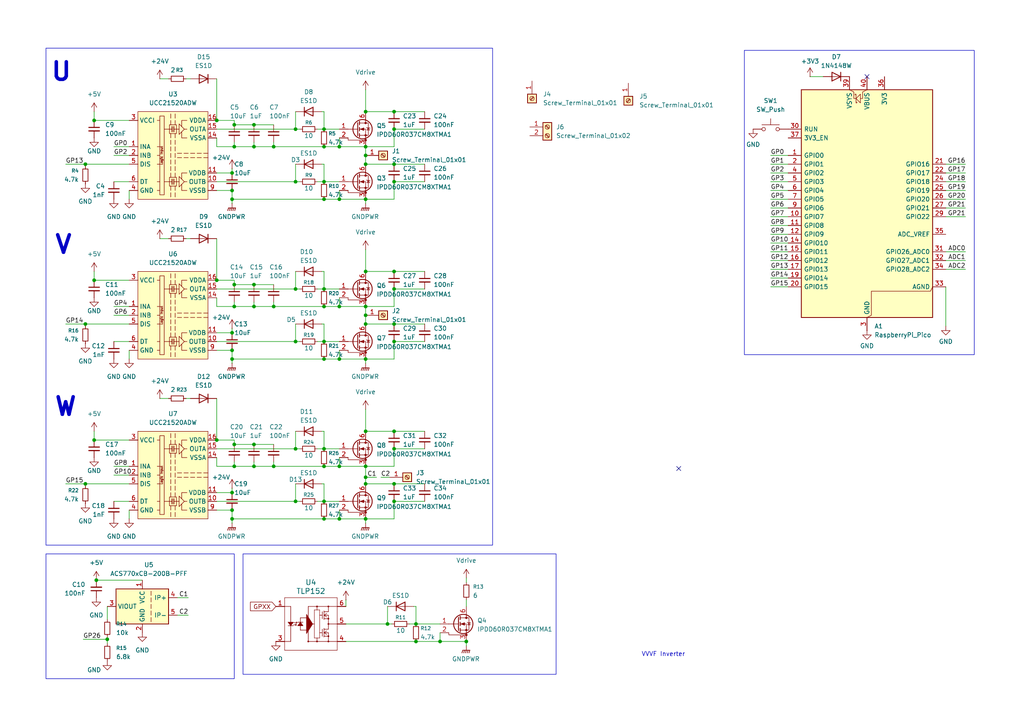
<source format=kicad_sch>
(kicad_sch (version 20250114) (generator "eeschema") (generator_version "9.0")
  (paper "A4")
  (rectangle (start 215.9 14.605) (end 282.575 102.87))
  (rectangle (start 13.335 13.97) (end 142.875 158.115))
  (rectangle (start 13.335 160.655) (end 67.945 196.85))
  (rectangle (start 70.485 160.655) (end 161.29 195.58))
  (text "VVVF Inverter\n" (at 192.405 189.865 0) (effects (font (size 1.27 1.27))))
  (text "U" (at 17.78 20.955 0) (effects (font (size 5.08 5.08) (thickness 1.016) (bold yes))))
  (text "V" (at 18.415 71.12 0) (effects (font (size 5.08 5.08) (thickness 1.016) (bold yes))))
  (text "W" (at 19.05 118.11 0) (effects (font (size 5.08 5.08) (thickness 1.016) (bold yes))))
  (text "<< OLD STUFF" (at -27.94 46.99 0) (effects (font (size 3.81 3.81))))
  (junction (at 27.94 168.275))
  (junction (at 106.045 57.785))
  (junction (at 98.425 88.9))
  (junction (at 114.3 78.74))
  (junction (at 106.045 91.44))
  (junction (at 114.3 83.82))
  (junction (at 106.045 78.74))
  (junction (at -85.09 28.575))
  (junction (at 85.725 52.705))
  (junction (at 27.305 127.635))
  (junction (at 79.375 42.545))
  (junction (at 67.31 55.245))
  (junction (at 106.045 88.9))
  (junction (at -85.09 69.85))
  (junction (at 67.31 101.6))
  (junction (at 114.3 140.335))
  (junction (at 73.66 82.55))
  (junction (at 114.3 125.095))
  (junction (at 106.045 138.43))
  (junction (at -67.31 64.77))
  (junction (at -85.09 38.735))
  (junction (at 114.3 47.625))
  (junction (at 85.725 37.465))
  (junction (at 93.98 83.82))
  (junction (at 93.98 145.415))
  (junction (at 67.945 128.905))
  (junction (at 93.98 99.06))
  (junction (at 73.66 88.9))
  (junction (at 93.98 52.705))
  (junction (at 85.725 99.06))
  (junction (at 106.045 140.335))
  (junction (at -72.39 33.655))
  (junction (at 106.045 45.085))
  (junction (at 62.865 81.28))
  (junction (at 85.725 83.82))
  (junction (at 85.725 130.175))
  (junction (at 67.31 142.875))
  (junction (at 114.3 130.175))
  (junction (at 93.98 150.495))
  (junction (at 85.725 145.415))
  (junction (at 93.98 57.785))
  (junction (at 114.3 32.385))
  (junction (at 106.045 150.495))
  (junction (at 67.31 150.495))
  (junction (at 67.31 96.52))
  (junction (at 24.765 47.625))
  (junction (at 31.115 185.42))
  (junction (at 73.66 128.905))
  (junction (at 67.945 36.195))
  (junction (at -85.09 59.69))
  (junction (at -72.39 64.77))
  (junction (at 67.31 104.14))
  (junction (at 114.3 99.06))
  (junction (at 93.98 42.545))
  (junction (at 112.395 180.975))
  (junction (at 67.945 88.9))
  (junction (at 106.045 32.385))
  (junction (at 73.66 42.545))
  (junction (at 93.98 135.255))
  (junction (at 67.945 82.55))
  (junction (at -59.69 38.735))
  (junction (at 114.3 37.465))
  (junction (at 67.945 135.255))
  (junction (at 120.65 186.055))
  (junction (at 114.3 145.415))
  (junction (at 67.31 147.955))
  (junction (at 93.98 37.465))
  (junction (at 24.765 93.98))
  (junction (at 98.425 104.14))
  (junction (at 98.425 150.495))
  (junction (at 62.865 127.635))
  (junction (at 120.65 180.975))
  (junction (at 106.045 135.255))
  (junction (at 62.865 34.925))
  (junction (at 27.305 34.925))
  (junction (at -67.31 33.655))
  (junction (at 114.3 93.98))
  (junction (at 98.425 42.545))
  (junction (at 27.305 81.28))
  (junction (at 67.31 57.785))
  (junction (at 73.66 135.255))
  (junction (at 106.045 47.625))
  (junction (at 93.98 130.175))
  (junction (at 106.045 104.14))
  (junction (at 98.425 57.785))
  (junction (at 24.765 140.335))
  (junction (at 98.425 135.255))
  (junction (at 73.66 36.195))
  (junction (at 106.045 93.98))
  (junction (at 106.045 42.545))
  (junction (at 135.255 186.055))
  (junction (at 79.375 135.255))
  (junction (at 106.045 125.095))
  (junction (at 114.3 52.705))
  (junction (at 93.98 104.14))
  (junction (at 127.635 186.055))
  (junction (at -80.645 38.735))
  (junction (at 79.375 88.9))
  (junction (at 67.31 50.165))
  (junction (at 67.945 42.545))
  (junction (at 93.98 88.9))
  (no_connect (at 196.85 135.89))
  (no_connect (at 251.46 22.225))
  (no_connect (at 299.72 272.415))
  (wire (pts (xy 93.345 78.74) (xy 93.98 78.74)))
  (wire (pts (xy 93.345 125.095) (xy 93.98 125.095)))
  (wire (pts (xy 223.52 65.405) (xy 228.6 65.405)))
  (wire (pts (xy 120.65 186.055) (xy 127.635 186.055)))
  (wire (pts (xy 223.52 45.085) (xy 228.6 45.085)))
  (wire (pts (xy 62.865 86.36) (xy 62.865 88.9)))
  (wire (pts (xy 223.52 47.625) (xy 228.6 47.625)))
  (wire (pts (xy 62.865 52.705) (xy 85.725 52.705)))
  (wire (pts (xy 67.945 133.985) (xy 67.945 135.255)))
  (wire (pts (xy 67.31 104.14) (xy 67.31 101.6)))
  (wire (pts (xy 33.02 88.9) (xy 37.465 88.9)))
  (wire (pts (xy 62.865 69.215) (xy 62.865 81.28)))
  (wire (pts (xy 106.045 138.43) (xy 106.045 140.335)))
  (wire (pts (xy 280.035 47.625) (xy 274.32 47.625)))
  (wire (pts (xy -88.265 64.77) (xy -72.39 64.77)))
  (wire (pts (xy 27.305 125.095) (xy 27.305 127.635)))
  (wire (pts (xy 98.425 88.9) (xy 106.045 88.9)))
  (wire (pts (xy 93.98 130.175) (xy 98.425 130.175)))
  (wire (pts (xy 85.725 47.625) (xy 85.725 52.705)))
  (wire (pts (xy 114.3 150.495) (xy 106.045 150.495)))
  (wire (pts (xy 280.035 55.245) (xy 274.32 55.245)))
  (wire (pts (xy 98.425 101.6) (xy 98.425 104.14)))
  (wire (pts (xy 98.425 40.005) (xy 98.425 42.545)))
  (wire (pts (xy 86.995 83.82) (xy 85.725 83.82)))
  (wire (pts (xy 114.3 37.465) (xy 114.3 42.545)))
  (wire (pts (xy 114.3 99.06) (xy 123.19 99.06)))
  (wire (pts (xy 92.075 83.82) (xy 93.98 83.82)))
  (wire (pts (xy 27.305 81.28) (xy 37.465 81.28)))
  (wire (pts (xy 31.115 186.69) (xy 31.115 185.42)))
  (wire (pts (xy 106.045 47.625) (xy 114.3 47.625)))
  (wire (pts (xy 33.02 52.705) (xy 37.465 52.705)))
  (wire (pts (xy 93.345 32.385) (xy 93.98 32.385)))
  (wire (pts (xy 62.865 115.57) (xy 62.865 127.635)))
  (wire (pts (xy 37.465 104.14) (xy 37.465 101.6)))
  (wire (pts (xy 120.015 175.895) (xy 120.65 175.895)))
  (wire (pts (xy -88.265 59.69) (xy -85.09 59.69)))
  (wire (pts (xy 114.3 93.98) (xy 123.19 93.98)))
  (wire (pts (xy 85.725 140.335) (xy 85.725 145.415)))
  (wire (pts (xy 93.98 47.625) (xy 93.98 52.705)))
  (wire (pts (xy 93.345 93.98) (xy 93.98 93.98)))
  (wire (pts (xy 93.98 32.385) (xy 93.98 37.465)))
  (wire (pts (xy 73.66 87.63) (xy 73.66 88.9)))
  (wire (pts (xy 27.305 78.74) (xy 27.305 81.28)))
  (wire (pts (xy -72.39 30.48) (xy -72.39 33.655)))
  (wire (pts (xy 24.765 140.97) (xy 24.765 140.335)))
  (wire (pts (xy -85.09 19.685) (xy -85.09 19.05)))
  (wire (pts (xy 27.305 32.385) (xy 27.305 34.925)))
  (wire (pts (xy 114.3 135.255) (xy 106.045 135.255)))
  (wire (pts (xy 274.32 94.615) (xy 274.32 83.185)))
  (wire (pts (xy 98.425 86.36) (xy 98.425 88.9)))
  (wire (pts (xy 27.94 168.275) (xy 41.275 168.275)))
  (wire (pts (xy 85.725 32.385) (xy 85.725 37.465)))
  (wire (pts (xy 106.045 105.41) (xy 106.045 104.14)))
  (wire (pts (xy 67.945 41.275) (xy 67.945 42.545)))
  (wire (pts (xy 135.255 167.64) (xy 135.255 168.91)))
  (wire (pts (xy 85.725 145.415) (xy 86.995 145.415)))
  (wire (pts (xy 73.66 133.985) (xy 73.66 135.255)))
  (wire (pts (xy 67.31 150.495) (xy 67.31 147.955)))
  (wire (pts (xy 106.045 72.39) (xy 106.045 78.74)))
  (wire (pts (xy 62.865 145.415) (xy 85.725 145.415)))
  (wire (pts (xy 223.52 60.325) (xy 228.6 60.325)))
  (wire (pts (xy 223.52 80.645) (xy 228.6 80.645)))
  (wire (pts (xy 98.425 55.245) (xy 98.425 57.785)))
  (wire (pts (xy 98.425 147.955) (xy 98.425 150.495)))
  (wire (pts (xy 280.035 75.565) (xy 274.32 75.565)))
  (wire (pts (xy 85.725 78.74) (xy 85.725 83.82)))
  (wire (pts (xy 93.98 140.335) (xy 93.98 145.415)))
  (wire (pts (xy 280.035 52.705) (xy 274.32 52.705)))
  (wire (pts (xy 110.49 138.43) (xy 113.03 138.43)))
  (wire (pts (xy 106.045 45.085) (xy 106.045 47.625)))
  (wire (pts (xy 106.045 26.035) (xy 106.045 32.385)))
  (wire (pts (xy 106.045 151.765) (xy 106.045 150.495)))
  (wire (pts (xy 79.375 135.255) (xy 93.98 135.255)))
  (wire (pts (xy -88.265 28.575) (xy -85.09 28.575)))
  (wire (pts (xy 280.035 78.105) (xy 274.32 78.105)))
  (wire (pts (xy 98.425 57.785) (xy 106.045 57.785)))
  (wire (pts (xy 67.945 135.255) (xy 73.66 135.255)))
  (wire (pts (xy -88.265 69.85) (xy -85.09 69.85)))
  (wire (pts (xy 223.52 70.485) (xy 228.6 70.485)))
  (wire (pts (xy 106.045 125.095) (xy 114.3 125.095)))
  (wire (pts (xy -80.645 38.735) (xy -59.69 38.735)))
  (wire (pts (xy 114.3 145.415) (xy 123.19 145.415)))
  (wire (pts (xy 19.05 93.98) (xy 24.765 93.98)))
  (wire (pts (xy 100.33 173.99) (xy 100.33 175.895)))
  (wire (pts (xy 79.375 41.275) (xy 79.375 42.545)))
  (wire (pts (xy 114.3 47.625) (xy 123.19 47.625)))
  (wire (pts (xy 62.865 81.28) (xy 67.945 81.28)))
  (wire (pts (xy 67.31 141.605) (xy 67.31 142.875)))
  (wire (pts (xy 62.865 130.175) (xy 85.725 130.175)))
  (wire (pts (xy 92.075 130.175) (xy 93.98 130.175)))
  (wire (pts (xy 127.635 186.055) (xy 135.255 186.055)))
  (wire (pts (xy 114.3 52.705) (xy 123.19 52.705)))
  (wire (pts (xy 31.115 179.705) (xy 31.115 175.895)))
  (wire (pts (xy 114.3 145.415) (xy 114.3 150.495)))
  (wire (pts (xy 120.65 180.975) (xy 127.635 180.975)))
  (wire (pts (xy 93.98 104.14) (xy 98.425 104.14)))
  (wire (pts (xy 223.52 62.865) (xy 228.6 62.865)))
  (wire (pts (xy 98.425 42.545) (xy 93.98 42.545)))
  (wire (pts (xy 67.31 101.6) (xy 62.865 101.6)))
  (wire (pts (xy 67.31 150.495) (xy 93.98 150.495)))
  (wire (pts (xy -67.31 30.48) (xy -67.31 33.655)))
  (wire (pts (xy 85.725 93.98) (xy 85.725 99.06)))
  (wire (pts (xy 93.345 47.625) (xy 93.98 47.625)))
  (wire (pts (xy 106.045 140.335) (xy 114.3 140.335)))
  (wire (pts (xy 46.355 69.215) (xy 48.895 69.215)))
  (wire (pts (xy -85.09 24.765) (xy -85.09 28.575)))
  (wire (pts (xy 92.075 37.465) (xy 93.98 37.465)))
  (wire (pts (xy 67.945 87.63) (xy 67.945 88.9)))
  (wire (pts (xy 93.98 145.415) (xy 98.425 145.415)))
  (wire (pts (xy 127.635 183.515) (xy 127.635 186.055)))
  (wire (pts (xy 92.075 52.705) (xy 93.98 52.705)))
  (wire (pts (xy 53.975 22.86) (xy 55.245 22.86)))
  (wire (pts (xy 93.98 93.98) (xy 93.98 99.06)))
  (wire (pts (xy 114.3 83.82) (xy 114.3 88.9)))
  (wire (pts (xy -85.09 38.1) (xy -85.09 38.735)))
  (wire (pts (xy 67.31 104.14) (xy 93.98 104.14)))
  (wire (pts (xy 33.02 145.415) (xy 37.465 145.415)))
  (wire (pts (xy -59.69 38.735) (xy -59.69 59.69)))
  (wire (pts (xy -85.09 59.69) (xy -85.09 64.135)))
  (wire (pts (xy 118.745 180.975) (xy 120.65 180.975)))
  (wire (pts (xy 98.425 150.495) (xy 106.045 150.495)))
  (wire (pts (xy 112.395 175.895) (xy 112.395 180.975)))
  (wire (pts (xy 33.02 137.795) (xy 37.465 137.795)))
  (wire (pts (xy 86.995 130.175) (xy 85.725 130.175)))
  (wire (pts (xy 112.395 180.975) (xy 113.665 180.975)))
  (wire (pts (xy 223.52 67.945) (xy 228.6 67.945)))
  (wire (pts (xy 62.865 132.715) (xy 62.865 135.255)))
  (wire (pts (xy 46.355 22.86) (xy 48.895 22.86)))
  (wire (pts (xy 27.305 34.925) (xy 37.465 34.925)))
  (wire (pts (xy 54.61 178.435) (xy 51.435 178.435)))
  (wire (pts (xy 79.375 88.9) (xy 93.98 88.9)))
  (wire (pts (xy 62.865 142.875) (xy 67.31 142.875)))
  (wire (pts (xy 114.3 130.175) (xy 114.3 135.255)))
  (wire (pts (xy -59.69 21.59) (xy -59.69 28.575)))
  (wire (pts (xy 93.98 99.06) (xy 98.425 99.06)))
  (wire (pts (xy -72.39 61.595) (xy -72.39 64.77)))
  (wire (pts (xy 55.245 115.57) (xy 53.975 115.57)))
  (wire (pts (xy 280.035 62.865) (xy 274.32 62.865)))
  (wire (pts (xy 114.3 78.74) (xy 123.19 78.74)))
  (wire (pts (xy 67.31 151.765) (xy 67.31 150.495)))
  (wire (pts (xy 92.075 145.415) (xy 93.98 145.415)))
  (wire (pts (xy 280.035 50.165) (xy 274.32 50.165)))
  (wire (pts (xy 98.425 42.545) (xy 106.045 42.545)))
  (wire (pts (xy 79.375 42.545) (xy 93.98 42.545)))
  (wire (pts (xy 67.31 147.955) (xy 62.865 147.955)))
  (wire (pts (xy 62.865 40.005) (xy 62.865 42.545)))
  (wire (pts (xy 19.05 140.335) (xy 24.765 140.335)))
  (wire (pts (xy 86.995 37.465) (xy 85.725 37.465)))
  (wire (pts (xy 92.075 99.06) (xy 93.98 99.06)))
  (wire (pts (xy 37.465 150.495) (xy 37.465 147.955)))
  (wire (pts (xy 62.865 42.545) (xy 67.945 42.545)))
  (wire (pts (xy 114.3 88.9) (xy 106.045 88.9)))
  (wire (pts (xy -85.09 38.735) (xy -80.645 38.735)))
  (wire (pts (xy 85.725 99.06) (xy 86.995 99.06)))
  (wire (pts (xy 24.13 185.42) (xy 31.115 185.42)))
  (wire (pts (xy 280.035 60.325) (xy 274.32 60.325)))
  (wire (pts (xy 100.33 186.055) (xy 120.65 186.055)))
  (wire (pts (xy 19.05 47.625) (xy 24.765 47.625)))
  (wire (pts (xy 33.02 99.06) (xy 37.465 99.06)))
  (wire (pts (xy 98.425 135.255) (xy 93.98 135.255)))
  (wire (pts (xy 46.355 115.57) (xy 48.895 115.57)))
  (wire (pts (xy 55.245 69.215) (xy 53.975 69.215)))
  (wire (pts (xy 67.31 48.895) (xy 67.31 50.165)))
  (wire (pts (xy 85.725 52.705) (xy 86.995 52.705)))
  (wire (pts (xy 93.98 83.82) (xy 98.425 83.82)))
  (wire (pts (xy 67.945 127.635) (xy 67.945 128.905)))
  (wire (pts (xy 67.31 57.785) (xy 67.31 55.245)))
  (wire (pts (xy 114.3 104.14) (xy 106.045 104.14)))
  (wire (pts (xy -67.31 61.595) (xy -67.31 64.77)))
  (wire (pts (xy 62.865 99.06) (xy 85.725 99.06)))
  (wire (pts (xy 24.765 94.615) (xy 24.765 93.98)))
  (wire (pts (xy 93.345 140.335) (xy 93.98 140.335)))
  (wire (pts (xy 223.52 83.185) (xy 228.6 83.185)))
  (wire (pts (xy 24.765 93.98) (xy 37.465 93.98)))
  (wire (pts (xy 24.765 47.625) (xy 37.465 47.625)))
  (wire (pts (xy 106.045 42.545) (xy 106.045 45.085)))
  (wire (pts (xy 73.66 42.545) (xy 79.375 42.545)))
  (wire (pts (xy 67.945 88.9) (xy 73.66 88.9)))
  (wire (pts (xy 62.865 50.165) (xy 67.31 50.165)))
  (wire (pts (xy 85.725 125.095) (xy 85.725 130.175)))
  (wire (pts (xy 98.425 135.255) (xy 106.045 135.255)))
  (wire (pts (xy 93.98 125.095) (xy 93.98 130.175)))
  (wire (pts (xy 106.045 59.055) (xy 106.045 57.785)))
  (wire (pts (xy 114.3 42.545) (xy 106.045 42.545)))
  (wire (pts (xy 98.425 132.715) (xy 98.425 135.255)))
  (wire (pts (xy 114.3 83.82) (xy 123.19 83.82)))
  (wire (pts (xy -85.09 28.575) (xy -80.645 28.575)))
  (wire (pts (xy 114.3 140.335) (xy 123.19 140.335)))
  (wire (pts (xy 106.045 118.745) (xy 106.045 125.095)))
  (wire (pts (xy 223.52 50.165) (xy 228.6 50.165)))
  (wire (pts (xy 98.425 104.14) (xy 106.045 104.14)))
  (wire (pts (xy 62.865 83.82) (xy 85.725 83.82)))
  (wire (pts (xy 98.425 88.9) (xy 93.98 88.9)))
  (wire (pts (xy 93.98 150.495) (xy 98.425 150.495)))
  (wire (pts (xy 93.98 78.74) (xy 93.98 83.82)))
  (wire (pts (xy 135.255 187.325) (xy 135.255 186.055)))
  (wire (pts (xy -85.09 57.15) (xy -85.09 59.69)))
  (wire (pts (xy 73.66 88.9) (xy 79.375 88.9)))
  (wire (pts (xy 93.98 57.785) (xy 98.425 57.785)))
  (wire (pts (xy 27.305 127.635) (xy 37.465 127.635)))
  (wire (pts (xy 33.02 42.545) (xy 37.465 42.545)))
  (wire (pts (xy 31.115 185.42) (xy 31.115 184.785)))
  (wire (pts (xy 223.52 73.025) (xy 228.6 73.025)))
  (wire (pts (xy 93.98 52.705) (xy 98.425 52.705)))
  (wire (pts (xy 73.66 82.55) (xy 79.375 82.55)))
  (wire (pts (xy 33.02 135.255) (xy 37.465 135.255)))
  (wire (pts (xy 106.045 32.385) (xy 114.3 32.385)))
  (wire (pts (xy 280.035 73.025) (xy 274.32 73.025)))
  (wire (pts (xy 73.66 36.195) (xy 79.375 36.195)))
  (wire (pts (xy 223.52 75.565) (xy 228.6 75.565)))
  (wire (pts (xy 114.3 125.095) (xy 123.19 125.095)))
  (wire (pts (xy -85.09 28.575) (xy -85.09 33.02)))
  (wire (pts (xy 37.465 57.785) (xy 37.465 55.245)))
  (wire (pts (xy 114.3 130.175) (xy 123.19 130.175)))
  (wire (pts (xy -80.645 33.02) (xy -80.645 28.575)))
  (wire (pts (xy 67.31 59.055) (xy 67.31 57.785)))
  (wire (pts (xy 106.045 91.44) (xy 106.045 93.98)))
  (wire (pts (xy 93.98 37.465) (xy 98.425 37.465)))
  (wire (pts (xy 67.31 57.785) (xy 93.98 57.785)))
  (wire (pts (xy 106.045 135.255) (xy 106.045 138.43)))
  (wire (pts (xy 106.045 93.98) (xy 114.3 93.98)))
  (wire (pts (xy 135.255 173.99) (xy 135.255 175.895)))
  (wire (pts (xy 73.66 41.275) (xy 73.66 42.545)))
  (wire (pts (xy 24.765 48.26) (xy 24.765 47.625)))
  (wire (pts (xy 24.765 140.335) (xy 37.465 140.335)))
  (wire (pts (xy 114.3 52.705) (xy 114.3 57.785)))
  (wire (pts (xy 33.02 91.44) (xy 37.465 91.44)))
  (wire (pts (xy 106.045 78.74) (xy 114.3 78.74)))
  (wire (pts (xy 62.865 88.9) (xy 67.945 88.9)))
  (wire (pts (xy 33.02 45.085) (xy 37.465 45.085)))
  (wire (pts (xy 114.3 99.06) (xy 114.3 104.14)))
  (wire (pts (xy 100.33 180.975) (xy 112.395 180.975)))
  (wire (pts (xy 67.945 36.195) (xy 73.66 36.195)))
  (wire (pts (xy 280.035 57.785) (xy 274.32 57.785)))
  (wire (pts (xy 73.66 135.255) (xy 79.375 135.255)))
  (wire (pts (xy -88.265 33.655) (xy -72.39 33.655)))
  (wire (pts (xy 106.045 88.9) (xy 106.045 91.44)))
  (wire (pts (xy 223.52 52.705) (xy 228.6 52.705)))
  (wire (pts (xy 67.945 128.905) (xy 73.66 128.905)))
  (wire (pts (xy 234.95 22.225) (xy 238.76 22.225)))
  (wire (pts (xy 62.865 127.635) (xy 67.945 127.635)))
  (wire (pts (xy 114.3 37.465) (xy 123.19 37.465)))
  (wire (pts (xy 79.375 87.63) (xy 79.375 88.9)))
  (wire (pts (xy 67.945 42.545) (xy 73.66 42.545)))
  (wire (pts (xy 120.65 175.895) (xy 120.65 180.975)))
  (wire (pts (xy 54.61 173.355) (xy 51.435 173.355)))
  (wire (pts (xy 62.865 22.86) (xy 62.865 34.925)))
  (wire (pts (xy 62.865 96.52) (xy 67.31 96.52)))
  (wire (pts (xy 114.3 57.785) (xy 106.045 57.785)))
  (wire (pts (xy 62.865 34.925) (xy 67.945 34.925)))
  (wire (pts (xy 62.865 135.255) (xy 67.945 135.255)))
  (wire (pts (xy -88.265 38.735) (xy -85.09 38.735)))
  (wire (pts (xy 223.52 78.105) (xy 228.6 78.105)))
  (wire (pts (xy 67.31 55.245) (xy 62.865 55.245)))
  (wire (pts (xy 67.31 105.41) (xy 67.31 104.14)))
  (wire (pts (xy 114.3 32.385) (xy 123.19 32.385)))
  (wire (pts (xy 67.945 82.55) (xy 73.66 82.55)))
  (wire (pts (xy 79.375 133.985) (xy 79.375 135.255)))
  (wire (pts (xy 109.22 138.43) (xy 106.045 138.43)))
  (wire (pts (xy 223.52 55.245) (xy 228.6 55.245)))
  (wire (pts (xy 67.945 34.925) (xy 67.945 36.195)))
  (wire (pts (xy 67.945 81.28) (xy 67.945 82.55)))
  (wire (pts (xy 73.66 128.905) (xy 79.375 128.905)))
  (wire (pts (xy -85.09 69.215) (xy -85.09 69.85)))
  (wire (pts (xy 223.52 57.785) (xy 228.6 57.785)))
  (wire (pts (xy -80.645 38.1) (xy -80.645 38.735)))
  (wire (pts (xy 62.865 37.465) (xy 85.725 37.465)))
  (wire (pts (xy 67.31 95.25) (xy 67.31 96.52)))
  (label "GP9" (at 223.52 67.945 0))
  (label "GP5" (at 223.52 57.785 0))
  (label "GP21" (at 280.035 62.865 180))
  (label "GP20" (at 280.035 57.785 180))
  (label "ADC2" (at 280.035 78.105 180))
  (label "GP0" (at 33.02 42.545 0))
  (label "GP2" (at 33.02 45.085 0))
  (label "ADC1" (at 280.035 75.565 180))
  (label "GP15" (at 19.05 140.335 0))
  (label "C1" (at 109.22 138.43 180))
  (label "GP7" (at 223.52 62.865 0))
  (label "C1" (at 54.61 173.355 180))
  (label "GP15" (at 223.52 83.185 0))
  (label "GP3" (at 223.52 52.705 0))
  (label "GP21" (at 280.035 60.325 180))
  (label "GP12" (at 223.52 75.565 0))
  (label "GP8" (at 33.02 135.255 0))
  (label "GP14" (at 19.05 93.98 0))
  (label "GP13" (at 19.05 47.625 0))
  (label "ADC0" (at 280.035 73.025 180))
  (label "GP2" (at 223.52 50.165 0))
  (label "GP16" (at 280.035 47.625 180))
  (label "GP10" (at 33.02 137.795 0))
  (label "GP11" (at 223.52 73.025 0))
  (label "GP13" (at 223.52 78.105 0))
  (label "GP10" (at 223.52 70.485 0))
  (label "GP18" (at 280.035 52.705 180))
  (label "GP4" (at 33.02 88.9 0))
  (label "GP17" (at 280.035 50.165 180))
  (label "GP6" (at 223.52 60.325 0))
  (label "GP14" (at 223.52 80.645 0))
  (label "GP19" (at 280.035 55.245 180))
  (label "C2" (at 54.61 178.435 180))
  (label "GP1" (at 223.52 47.625 0))
  (label "GP8" (at 223.52 65.405 0))
  (label "C2" (at 110.49 138.43 0))
  (label "GP26" (at 24.13 185.42 0))
  (label "GP4" (at 223.52 55.245 0))
  (label "GP0" (at 223.52 45.085 0))
  (label "GP6" (at 33.02 91.44 0))
  (global_label "GPXX" (shape input) (at 80.01 175.895 180) (property "Intersheetrefs" "${INTERSHEET_REFS}" (effects (hide yes))))
  (global_label "GPXX" (shape input) (at -113.665 28.575 180) (property "Intersheetrefs" "${INTERSHEET_REFS}" (effects (hide yes))))
  (symbol (lib_id "Device:Q_NIGBT_GCE") (at -62.23 33.655 0) (unit 1) (exclude_from_sim yes) (in_bom no) (on_board no) (dnp yes)
    (property "Reference" "Q1" (at -56.515 32.3849 0) (effects (justify left)))
    (property "Value" "Q_NIGBT_GCE" (at -56.515 34.9249 0) (effects (justify left)))
    (property "Description" "N-IGBT transistor, gate/collector/emitter" (effects (hide yes)))
  )
  (symbol (lib_id "Connector:Screw_Terminal_01x01") (at 111.125 91.44 0) (unit 1)
    (property "Reference" "J2" (at 113.665 90.1699 0) (effects (justify left)))
    (property "Value" "Screw_Terminal_01x01" (at 113.665 92.7099 0) (effects (justify left)))
    (property "Description" "Generic screw terminal, single row, 01x01, script generated (kicad-library-utils/schlib/autogen/connector/)" (effects (hide yes)))
  )
  (symbol (lib_id "power:GND") (at -85.09 69.85 0) (unit 1) (exclude_from_sim yes) (in_bom no) (on_board no) (dnp yes)
    (property "Reference" "#PWR07" (effects (hide yes)))
    (property "Value" "GND" (at -85.09 74.295 0))
    (property "Description" "Power symbol creates a global label with name \"GND\" , ground" (effects (hide yes)))
  )
  (symbol (lib_name "R_Small_2") (lib_id "Device:R_Small") (at 24.765 50.8 0) (mirror y) (unit 1)
    (property "Reference" "R4" (at 22.86 49.5299 0) (effects (font (size 1.016 1.016)) (justify left)))
    (property "Value" "4.7k" (at 22.86 52.0699 0) (effects (justify left)))
    (property "Footprint" "Resistor_SMD:R_0603_1608Metric_Pad0.98x0.95mm_HandSolder" (effects (hide yes)))
    (property "Description" "Resistor, small symbol" (effects (hide yes)))
  )
  (symbol (lib_id "power:+24V") (at 46.355 22.86 0) (unit 1)
    (property "Reference" "#PWR012" (effects (hide yes)))
    (property "Value" "+24V" (at 46.355 17.78 0))
    (property "Description" "Power symbol creates a global label with name \"+24V\"" (effects (hide yes)))
  )
  (symbol (lib_id "power:Vdrive") (at 106.045 118.745 0) (unit 1)
    (property "Reference" "#PWR048" (effects (hide yes)))
    (property "Value" "Vdrive" (at 106.045 113.665 0))
    (property "Description" "Power symbol creates a global label with name \"Vdrive\"" (effects (hide yes)))
  )
  (symbol (lib_id "Device:C_Small") (at 67.31 52.705 0) (unit 1)
    (property "Reference" "C8" (at 67.945 47.625 0) (effects (justify left)))
    (property "Value" "10uF" (at 67.945 50.165 0) (effects (justify left)))
    (property "Footprint" "Capacitor_SMD:C_0603_1608Metric_Pad1.08x0.95mm_HandSolder" (effects (hide yes)))
    (property "Description" "Unpolarized capacitor, small symbol" (effects (hide yes)))
  )
  (symbol (lib_id "power:GND") (at 274.32 94.615 0) (unit 1)
    (property "Reference" "#PWR021" (effects (hide yes)))
    (property "Value" "GND" (at 274.32 99.06 0))
    (property "Description" "Power symbol creates a global label with name \"GND\" , ground" (effects (hide yes)))
  )
  (symbol (lib_id "power:GND") (at 37.465 57.785 0) (unit 1)
    (property "Reference" "#PWR09" (effects (hide yes)))
    (property "Value" "GND" (at 37.465 62.865 0))
    (property "Description" "Power symbol creates a global label with name \"GND\" , ground" (effects (hide yes)))
  )
  (symbol (lib_id "Device:Q_NIGBT_GCE") (at -62.23 64.77 0) (unit 1) (exclude_from_sim yes) (in_bom no) (on_board no) (dnp yes)
    (property "Reference" "Q2" (at -56.515 63.4999 0) (effects (justify left)))
    (property "Value" "Q_NIGBT_GCE" (at -56.515 66.0399 0) (effects (justify left)))
    (property "Description" "N-IGBT transistor, gate/collector/emitter" (effects (hide yes)))
  )
  (symbol (lib_id "Device:R_Small") (at -111.125 28.575 90) (unit 1) (exclude_from_sim yes) (in_bom no) (on_board no) (dnp yes)
    (property "Reference" "R1" (at -111.125 22.86 90))
    (property "Value" "1k" (at -111.125 25.4 90))
    (property "Description" "Resistor, small symbol" (effects (hide yes)))
  )
  (symbol (lib_id "Connector:Screw_Terminal_01x02") (at 158.75 36.83 0) (unit 1)
    (property "Reference" "J6" (at 161.29 36.8299 0) (effects (justify left)))
    (property "Value" "Screw_Terminal_01x02" (at 161.29 39.3699 0) (effects (justify left)))
    (property "Description" "Generic screw terminal, single row, 01x02, script generated (kicad-library-utils/schlib/autogen/connector/)" (effects (hide yes)))
  )
  (symbol (lib_id "Device:C_Small") (at 27.305 130.175 0) (unit 1)
    (property "Reference" "C17" (at 30.48 128.9112 0) (effects (justify left)))
    (property "Value" "100nF" (at 30.48 131.4512 0) (effects (justify left)))
    (property "Footprint" "Capacitor_SMD:C_0603_1608Metric_Pad1.08x0.95mm_HandSolder" (effects (hide yes)))
    (property "Description" "Unpolarized capacitor, small symbol" (effects (hide yes)))
  )
  (symbol (lib_name "R_Small_4") (lib_id "Device:R_Small") (at 89.535 130.175 90) (unit 1)
    (property "Reference" "R24" (at 89.535 128.27 90) (effects (font (size 1.016 1.016))))
    (property "Value" "10" (at 89.535 132.08 90))
    (property "Footprint" "Resistor_SMD:R_0603_1608Metric_Pad0.98x0.95mm_HandSolder" (effects (hide yes)))
    (property "Description" "Resistor, small symbol" (effects (hide yes)))
  )
  (symbol (lib_id "power:GND") (at 251.46 95.885 0) (unit 1)
    (property "Reference" "#PWR020" (effects (hide yes)))
    (property "Value" "GND" (at 251.46 100.33 0))
    (property "Description" "Power symbol creates a global label with name \"GND\" , ground" (effects (hide yes)))
  )
  (symbol (lib_name "R_Small_4") (lib_id "Device:R_Small") (at 89.535 83.82 90) (unit 1)
    (property "Reference" "R18" (at 89.535 81.915 90) (effects (font (size 1.016 1.016))))
    (property "Value" "10" (at 89.535 85.725 90))
    (property "Footprint" "Resistor_SMD:R_0603_1608Metric_Pad0.98x0.95mm_HandSolder" (effects (hide yes)))
    (property "Description" "Resistor, small symbol" (effects (hide yes)))
  )
  (symbol (lib_id "power:GND") (at 80.01 186.055 0) (unit 1)
    (property "Reference" "#PWR022" (effects (hide yes)))
    (property "Value" "GND" (at 80.01 191.135 0))
    (property "Description" "Power symbol creates a global label with name \"GND\" , ground" (effects (hide yes)))
  )
  (symbol (lib_name "R_Small_3") (lib_id "Device:R_Small") (at 93.98 55.245 0) (unit 1)
    (property "Reference" "R10" (at 95.25 53.975 0) (effects (font (size 1.016 1.016)) (justify left)))
    (property "Value" "4.7k" (at 95.25 56.515 0) (effects (justify left)))
    (property "Footprint" "Resistor_SMD:R_0603_1608Metric_Pad0.98x0.95mm_HandSolder" (effects (hide yes)))
    (property "Description" "Resistor, small symbol" (effects (hide yes)))
  )
  (symbol (lib_id "power:GNDPWR") (at 67.31 59.055 0) (unit 1)
    (property "Reference" "#PWR015" (effects (hide yes)))
    (property "Value" "GNDPWR" (at 67.183 62.865 0))
    (property "Description" "Power symbol creates a global label with name \"GNDPWR\" , global ground" (effects (hide yes)))
  )
  (symbol (lib_id "Device:D") (at 89.535 78.74 0) (unit 1)
    (property "Reference" "D10" (at 88.9 73.025 0))
    (property "Value" "ES1D" (at 89.535 75.565 0))
    (property "Footprint" "Diode_SMD:D_SMA_Handsoldering" (effects (hide yes)))
    (property "Description" "Diode" (effects (hide yes)))
    (property "Sim.Device" "D" (effects (hide yes)))
    (property "Sim.Pins" "1=K 2=A" (effects (hide yes)))
    (property "Digikey Part" "ES1DFSTR-ND" (effects (hide yes)))
  )
  (symbol (lib_id "Device:C_Small") (at 27.305 37.465 0) (unit 1)
    (property "Reference" "C9" (at 30.48 36.2012 0) (effects (justify left)))
    (property "Value" "100nF" (at 30.48 38.7412 0) (effects (justify left)))
    (property "Footprint" "Capacitor_SMD:C_0603_1608Metric_Pad1.08x0.95mm_HandSolder" (effects (hide yes)))
    (property "Description" "Unpolarized capacitor, small symbol" (effects (hide yes)))
  )
  (symbol (lib_id "Device:C_Small") (at 123.19 81.28 0) (unit 1)
    (property "Reference" "C28" (at 125.73 80.0162 0) (effects (justify left)))
    (property "Value" "100nF" (at 125.73 82.5562 0) (effects (justify left)))
    (property "Footprint" "Snapeda:B32922C3104K289_CAPRR1500W80L1800T500H1050" (effects (hide yes)))
    (property "Description" "Unpolarized capacitor, small symbol" (effects (hide yes)))
    (property "Digikey Part" "495-4911-1-ND" (effects (hide yes)))
  )
  (symbol (lib_id "power:+24V") (at 46.355 115.57 0) (unit 1)
    (property "Reference" "#PWR045" (effects (hide yes)))
    (property "Value" "+24V" (at 46.355 110.49 0))
    (property "Description" "Power symbol creates a global label with name \"+24V\"" (effects (hide yes)))
  )
  (symbol (lib_id "Transistor_FET:IPDD60R050G7") (at 132.715 180.975 0) (unit 1)
    (property "Reference" "Q4" (at 138.43 179.9716 0) (effects (justify left)))
    (property "Value" "IPDD60R037CM8XTMA1" (at 138.43 182.5116 0) (effects (justify left)))
    (property "Footprint" "Package_TO_SOT_SMD:Infineon_PG-HDSOP-10-1" (effects (hide yes)))
    (property "Datasheet" "https://www.infineon.com/dgdl/Infineon-IPDD60R037CM8-DataSheet-v02_01-EN.pdf?fileId=8ac78c8c8d2fe47b018d8d1df1830479" (effects (hide yes)))
    (property "Description" "N-Channel 600 V 72A (Tj) 416W (Tc) Surface Mount PG-HDSOP-10-1" (effects (hide yes)))
    (property "Digikey Part" "448-IPDD60R037CM8XTMA1CT-ND" (effects (hide yes)))
  )
  (symbol (lib_id "power:Vdrive") (at 135.255 167.64 0) (unit 1)
    (property "Reference" "#PWR023" (effects (hide yes)))
    (property "Value" "Vdrive" (at 135.255 162.56 0))
    (property "Description" "Power symbol creates a global label with name \"Vdrive\"" (effects (hide yes)))
  )
  (symbol (lib_id "power:+5V") (at 27.305 125.095 0) (unit 1)
    (property "Reference" "#PWR041" (effects (hide yes)))
    (property "Value" "+5V" (at 27.305 120.015 0))
    (property "Description" "Power symbol creates a global label with name \"+5V\"" (effects (hide yes)))
  )
  (symbol (lib_id "Diode:1N4148W") (at 242.57 22.225 180) (unit 1)
    (property "Reference" "D7" (at 242.57 16.51 0))
    (property "Value" "1N4148W" (at 242.57 19.05 0))
    (property "Footprint" "Diode_SMD:D_SOD-123" (effects (hide yes)))
    (property "Datasheet" "https://www.vishay.com/docs/85748/1n4148w.pdf" (effects (hide yes)))
    (property "Description" "75V 0.15A Fast Switching Diode, SOD-123" (effects (hide yes)))
    (property "Sim.Device" "D" (effects (hide yes)))
    (property "Sim.Pins" "1=K 2=A" (effects (hide yes)))
  )
  (symbol (lib_id "power:+5V") (at 27.305 32.385 0) (unit 1)
    (property "Reference" "#PWR010" (effects (hide yes)))
    (property "Value" "+5V" (at 27.305 27.305 0))
    (property "Description" "Power symbol creates a global label with name \"+5V\"" (effects (hide yes)))
  )
  (symbol (lib_id "power:+24V") (at 46.355 69.215 0) (unit 1)
    (property "Reference" "#PWR035" (effects (hide yes)))
    (property "Value" "+24V" (at 46.355 64.135 0))
    (property "Description" "Power symbol creates a global label with name \"+24V\"" (effects (hide yes)))
  )
  (symbol (lib_name "R_Small_2") (lib_id "Device:R_Small") (at 24.765 97.155 0) (mirror y) (unit 1)
    (property "Reference" "R16" (at 22.86 95.8849 0) (effects (font (size 1.016 1.016)) (justify left)))
    (property "Value" "4.7k" (at 22.86 98.4249 0) (effects (justify left)))
    (property "Footprint" "Resistor_SMD:R_0603_1608Metric_Pad0.98x0.95mm_HandSolder" (effects (hide yes)))
    (property "Description" "Resistor, small symbol" (effects (hide yes)))
  )
  (symbol (lib_id "power:GND") (at 37.465 150.495 0) (unit 1)
    (property "Reference" "#PWR044" (effects (hide yes)))
    (property "Value" "GND" (at 37.465 155.575 0))
    (property "Description" "Power symbol creates a global label with name \"GND\" , ground" (effects (hide yes)))
  )
  (symbol (lib_id "Transistor_FET:IPDD60R050G7") (at 103.505 37.465 0) (unit 1)
    (property "Reference" "Q5" (at 109.22 36.4616 0) (effects (justify left)))
    (property "Value" "IPDD60R037CM8XTMA1" (at 109.22 39.0016 0) (effects (justify left)))
    (property "Footprint" "Package_TO_SOT_SMD:Infineon_PG-HDSOP-10-1" (effects (hide yes)))
    (property "Datasheet" "https://www.infineon.com/dgdl/Infineon-IPDD60R037CM8-DataSheet-v02_01-EN.pdf?fileId=8ac78c8c8d2fe47b018d8d1df1830479" (effects (hide yes)))
    (property "Description" "N-Channel 600 V 72A (Tj) 416W (Tc) Surface Mount PG-HDSOP-10-1" (effects (hide yes)))
    (property "Digikey Part" "448-IPDD60R037CM8XTMA1CT-ND" (effects (hide yes)))
  )
  (symbol (lib_id "TLP152:TLP152") (at -106.045 26.035 0) (unit 1) (exclude_from_sim yes) (in_bom no) (on_board no) (dnp yes)
    (property "Reference" "U1" (at -98.425 21.59 0) (effects (font (size 1.524 1.524))))
    (property "Value" "TLP152" (at -98.425 24.13 0) (effects (font (size 1.524 1.524))))
    (property "Footprint" "Package_SO:SO-5-6_4.55x3.7mm_P1.27mm" (effects (hide yes)))
    (property "Datasheet" "TLP152" (effects (hide yes)))
  )
  (symbol (lib_id "power:+24V") (at 100.33 173.99 0) (unit 1)
    (property "Reference" "#PWR024" (effects (hide yes)))
    (property "Value" "+24V" (at 100.33 168.91 0))
    (property "Description" "Power symbol creates a global label with name \"+24V\"" (effects (hide yes)))
  )
  (symbol (lib_id "Device:C_Small") (at 67.31 99.06 0) (unit 1)
    (property "Reference" "C13" (at 67.945 93.98 0) (effects (justify left)))
    (property "Value" "10uF" (at 67.945 96.52 0) (effects (justify left)))
    (property "Footprint" "Capacitor_SMD:C_0603_1608Metric_Pad1.08x0.95mm_HandSolder" (effects (hide yes)))
    (property "Description" "Unpolarized capacitor, small symbol" (effects (hide yes)))
  )
  (symbol (lib_id "power:GNDPWR") (at 106.045 59.055 0) (unit 1)
    (property "Reference" "#PWR016" (effects (hide yes)))
    (property "Value" "GNDPWR" (at 105.918 62.865 0))
    (property "Description" "Power symbol creates a global label with name \"GNDPWR\" , global ground" (effects (hide yes)))
  )
  (symbol (lib_name "R_Small_6") (lib_id "Device:R_Small") (at 31.115 189.23 0) (unit 1)
    (property "Reference" "R15" (at 33.655 187.9599 0) (effects (font (size 1.016 1.016)) (justify left)))
    (property "Value" "6.8k" (at 33.655 190.4999 0) (effects (justify left)))
    (property "Description" "Resistor, small symbol" (effects (hide yes)))
  )
  (symbol (lib_id "Device:C_Small") (at 73.66 38.735 0) (unit 1)
    (property "Reference" "C6" (at 72.39 31.115 0) (effects (justify left)))
    (property "Value" "1uF" (at 72.39 33.655 0) (effects (justify left)))
    (property "Footprint" "Capacitor_SMD:C_0603_1608Metric_Pad1.08x0.95mm_HandSolder" (effects (hide yes)))
    (property "Description" "Unpolarized capacitor, small symbol" (effects (hide yes)))
  )
  (symbol (lib_id "Connector:Screw_Terminal_01x01") (at 182.245 29.21 270) (unit 1)
    (property "Reference" "J5" (at 185.42 27.9399 90) (effects (justify left)))
    (property "Value" "Screw_Terminal_01x01" (at 185.42 30.4799 90) (effects (justify left)))
    (property "Description" "Generic screw terminal, single row, 01x01, script generated (kicad-library-utils/schlib/autogen/connector/)" (effects (hide yes)))
  )
  (symbol (lib_id "Driver_FET:UCC21520ADW") (at 50.165 91.44 0) (unit 1)
    (property "Reference" "U6" (at 50.165 73.66 0))
    (property "Value" "UCC21520ADW" (at 50.165 76.2 0))
    (property "Footprint" "Package_SO:SOIC-16W_7.5x10.3mm_P1.27mm" (effects (hide yes)))
    (property "Datasheet" "http://www.ti.com/lit/ds/symlink/ucc21520.pdf" (effects (hide yes)))
    (property "Description" "Isolated Dual-Channel Gate Driver, Output Current 4.0/6.0A, 5.7kV Isolation, 5V UVLO, SOIC-16W" (effects (hide yes)))
    (property "Digikey Part" "296-48796-1-ND" (effects (hide yes)))
  )
  (symbol (lib_id "power:+5V") (at 27.305 78.74 0) (unit 1)
    (property "Reference" "#PWR031" (effects (hide yes)))
    (property "Value" "+5V" (at 27.305 73.66 0))
    (property "Description" "Power symbol creates a global label with name \"+5V\"" (effects (hide yes)))
  )
  (symbol (lib_id "Switch:SW_Push") (at 223.52 37.465 0) (unit 1)
    (property "Reference" "SW1" (at 223.52 29.21 0))
    (property "Value" "SW_Push" (at 223.52 31.75 0))
    (property "Description" "Push button switch, generic, two pins" (effects (hide yes)))
  )
  (symbol (lib_id "power:+24V") (at 67.31 141.605 0) (unit 1)
    (property "Reference" "#PWR046" (effects (hide yes)))
    (property "Value" "+24V" (at 64.135 138.43 0))
    (property "Description" "Power symbol creates a global label with name \"+24V\"" (effects (hide yes)))
  )
  (symbol (lib_id "Device:D_Small") (at -69.85 61.595 0) (unit 1) (exclude_from_sim yes) (in_bom no) (on_board no) (dnp yes)
    (property "Reference" "D4" (at -69.85 55.245 0))
    (property "Value" "D_Small" (at -69.85 57.785 0))
    (property "Description" "Diode, small symbol" (effects (hide yes)))
    (property "Sim.Device" "D" (effects (hide yes)))
    (property "Sim.Pins" "1=K 2=A" (effects (hide yes)))
  )
  (symbol (lib_name "R_Small_3") (lib_id "Device:R_Small") (at 120.65 183.515 0) (unit 1)
    (property "Reference" "R12" (at 121.92 182.245 0) (effects (font (size 1.016 1.016)) (justify left)))
    (property "Value" "4.7k" (at 121.92 184.785 0) (effects (justify left)))
    (property "Footprint" "Resistor_SMD:R_0603_1608Metric_Pad0.98x0.95mm_HandSolder" (effects (hide yes)))
    (property "Description" "Resistor, small symbol" (effects (hide yes)))
  )
  (symbol (lib_id "power:+24V") (at -85.09 57.15 0) (unit 1) (exclude_from_sim yes) (in_bom no) (on_board no) (dnp yes)
    (property "Reference" "#PWR05" (effects (hide yes)))
    (property "Value" "+24V" (at -85.09 52.705 0))
    (property "Description" "Power symbol creates a global label with name \"+24V\"" (effects (hide yes)))
  )
  (symbol (lib_name "R_Small_1") (lib_id "Device:R_Small") (at 51.435 69.215 90) (unit 1)
    (property "Reference" "R17" (at 52.705 66.675 90) (effects (font (size 1.016 1.016))))
    (property "Value" "2" (at 50.165 66.675 90))
    (property "Footprint" "Resistor_SMD:R_0603_1608Metric_Pad0.98x0.95mm_HandSolder" (effects (hide yes)))
    (property "Description" "Resistor, small symbol" (effects (hide yes)))
  )
  (symbol (lib_name "R_Small_5") (lib_id "Device:R_Small") (at 135.255 171.45 0) (unit 1)
    (property "Reference" "R13" (at 137.16 170.1799 0) (effects (font (size 1.016 1.016)) (justify left)))
    (property "Value" "6" (at 137.16 172.7199 0) (effects (justify left)))
    (property "Description" "Resistor, small symbol" (effects (hide yes)))
  )
  (symbol (lib_id "power:GND") (at 37.465 104.14 0) (unit 1)
    (property "Reference" "#PWR034" (effects (hide yes)))
    (property "Value" "GND" (at 37.465 109.22 0))
    (property "Description" "Power symbol creates a global label with name \"GND\" , ground" (effects (hide yes)))
  )
  (symbol (lib_id "Device:C_Small") (at 33.02 101.6 0) (mirror y) (unit 1)
    (property "Reference" "C12" (at 30.48 100.33 0) (effects (justify left)))
    (property "Value" "1nF" (at 30.48 102.87 0) (effects (justify left)))
    (property "Footprint" "Capacitor_SMD:C_0603_1608Metric_Pad1.08x0.95mm_HandSolder" (effects (hide yes)))
    (property "Description" "Unpolarized capacitor, small symbol" (effects (hide yes)))
  )
  (symbol (lib_id "Device:C_Small") (at -85.09 35.56 180) (unit 1) (exclude_from_sim yes) (in_bom no) (on_board no) (dnp yes)
    (property "Reference" "C1" (at -87.63 41.91 0) (effects (justify right)))
    (property "Value" "220nF" (at -88.9 40.005 0) (effects (justify right)))
    (property "Description" "Unpolarized capacitor, small symbol" (effects (hide yes)))
  )
  (symbol (lib_id "Device:D") (at 89.535 93.98 0) (unit 1)
    (property "Reference" "D5" (at 84.455 92.71 0))
    (property "Value" "ES1D" (at 89.535 90.805 0))
    (property "Footprint" "Diode_SMD:D_SMA_Handsoldering" (effects (hide yes)))
    (property "Description" "Diode" (effects (hide yes)))
    (property "Sim.Device" "D" (effects (hide yes)))
    (property "Sim.Pins" "1=K 2=A" (effects (hide yes)))
    (property "Digikey Part" "ES1DFSTR-ND" (effects (hide yes)))
  )
  (symbol (lib_id "Device:C_Small") (at 33.02 147.955 0) (mirror y) (unit 1)
    (property "Reference" "C18" (at 30.48 146.685 0) (effects (justify left)))
    (property "Value" "1nF" (at 30.48 149.225 0) (effects (justify left)))
    (property "Footprint" "Capacitor_SMD:C_0603_1608Metric_Pad1.08x0.95mm_HandSolder" (effects (hide yes)))
    (property "Description" "Unpolarized capacitor, small symbol" (effects (hide yes)))
  )
  (symbol (lib_id "Device:C_Small") (at 67.945 38.735 0) (unit 1)
    (property "Reference" "C5" (at 66.675 31.115 0) (effects (justify left)))
    (property "Value" "10uF" (at 66.675 33.655 0) (effects (justify left)))
    (property "Footprint" "Capacitor_SMD:C_0603_1608Metric_Pad1.08x0.95mm_HandSolder" (effects (hide yes)))
    (property "Description" "Unpolarized capacitor, small symbol" (effects (hide yes)))
  )
  (symbol (lib_id "Device:C_Small") (at -80.645 35.56 180) (unit 1) (exclude_from_sim yes) (in_bom no) (on_board no) (dnp yes)
    (property "Reference" "C3" (at -82.55 41.91 0) (effects (justify right)))
    (property "Value" "4.7uF" (at -82.55 40.005 0) (effects (justify right)))
    (property "Description" "Unpolarized capacitor, small symbol" (effects (hide yes)))
  )
  (symbol (lib_id "Device:C_Small") (at 114.3 96.52 0) (unit 1)
    (property "Reference" "C29" (at 116.84 95.2562 0) (effects (justify left)))
    (property "Value" "1uF" (at 116.84 97.7962 0) (effects (justify left)))
    (property "Footprint" "Snapeda:B32923C3105M000_CAPRR2250W80L2650T1100H2050" (effects (hide yes)))
    (property "Description" "Unpolarized capacitor, small symbol" (effects (hide yes)))
    (property "Digikey Part" "495-2324-ND" (effects (hide yes)))
  )
  (symbol (lib_name "R_Small_3") (lib_id "Device:R_Small") (at 93.98 132.715 0) (unit 1)
    (property "Reference" "R26" (at 95.25 131.445 0) (effects (font (size 1.016 1.016)) (justify left)))
    (property "Value" "4.7k" (at 95.25 133.985 0) (effects (justify left)))
    (property "Footprint" "Resistor_SMD:R_0603_1608Metric_Pad0.98x0.95mm_HandSolder" (effects (hide yes)))
    (property "Description" "Resistor, small symbol" (effects (hide yes)))
  )
  (symbol (lib_id "Device:C_Small") (at 27.305 83.82 0) (unit 1)
    (property "Reference" "C11" (at 30.48 82.5562 0) (effects (justify left)))
    (property "Value" "100nF" (at 30.48 85.0962 0) (effects (justify left)))
    (property "Footprint" "Capacitor_SMD:C_0603_1608Metric_Pad1.08x0.95mm_HandSolder" (effects (hide yes)))
    (property "Description" "Unpolarized capacitor, small symbol" (effects (hide yes)))
  )
  (symbol (lib_id "power:GNDPWR") (at 106.045 151.765 0) (unit 1)
    (property "Reference" "#PWR049" (effects (hide yes)))
    (property "Value" "GNDPWR" (at 105.918 155.575 0))
    (property "Description" "Power symbol creates a global label with name \"GNDPWR\" , global ground" (effects (hide yes)))
  )
  (symbol (lib_id "Device:C_Small") (at 114.3 127.635 0) (unit 1)
    (property "Reference" "C31" (at 116.84 126.3712 0) (effects (justify left)))
    (property "Value" "1uF" (at 116.84 128.9112 0) (effects (justify left)))
    (property "Footprint" "Snapeda:B32923C3105M000_CAPRR2250W80L2650T1100H2050" (effects (hide yes)))
    (property "Description" "Unpolarized capacitor, small symbol" (effects (hide yes)))
    (property "Digikey Part" "495-2324-ND" (effects (hide yes)))
  )
  (symbol (lib_name "R_Small_3") (lib_id "Device:R_Small") (at 93.98 147.955 0) (unit 1)
    (property "Reference" "R27" (at 95.25 146.685 0) (effects (font (size 1.016 1.016)) (justify left)))
    (property "Value" "4.7k" (at 95.25 149.225 0) (effects (justify left)))
    (property "Footprint" "Resistor_SMD:R_0603_1608Metric_Pad0.98x0.95mm_HandSolder" (effects (hide yes)))
    (property "Description" "Resistor, small symbol" (effects (hide yes)))
  )
  (symbol (lib_id "power:+5V") (at 27.94 168.275 0) (unit 1)
    (property "Reference" "#PWR028" (effects (hide yes)))
    (property "Value" "+5V" (at 27.94 163.195 0))
    (property "Description" "Power symbol creates a global label with name \"+5V\"" (effects (hide yes)))
  )
  (symbol (lib_id "Transistor_FET:IPDD60R050G7") (at 103.505 145.415 0) (unit 1)
    (property "Reference" "Q9" (at 109.22 144.4116 0) (effects (justify left)))
    (property "Value" "IPDD60R037CM8XTMA1" (at 109.22 146.9516 0) (effects (justify left)))
    (property "Footprint" "Package_TO_SOT_SMD:Infineon_PG-HDSOP-10-1" (effects (hide yes)))
    (property "Datasheet" "https://www.infineon.com/dgdl/Infineon-IPDD60R037CM8-DataSheet-v02_01-EN.pdf?fileId=8ac78c8c8d2fe47b018d8d1df1830479" (effects (hide yes)))
    (property "Description" "N-Channel 600 V 72A (Tj) 416W (Tc) Surface Mount PG-HDSOP-10-1" (effects (hide yes)))
    (property "Digikey Part" "448-IPDD60R037CM8XTMA1CT-ND" (effects (hide yes)))
  )
  (symbol (lib_id "power:GND") (at 27.305 40.005 0) (unit 1)
    (property "Reference" "#PWR017" (effects (hide yes)))
    (property "Value" "GND" (at 27.305 43.815 0))
    (property "Description" "Power symbol creates a global label with name \"GND\" , ground" (effects (hide yes)))
  )
  (symbol (lib_id "Device:C_Small") (at 114.3 34.925 0) (unit 1)
    (property "Reference" "C23" (at 116.84 33.6612 0) (effects (justify left)))
    (property "Value" "1uF" (at 116.84 36.2012 0) (effects (justify left)))
    (property "Footprint" "Snapeda:B32923C3105M000_CAPRR2250W80L2650T1100H2050" (effects (hide yes)))
    (property "Description" "Unpolarized capacitor, small symbol" (effects (hide yes)))
    (property "Digikey Part" "495-2324-ND" (effects (hide yes)))
  )
  (symbol (lib_id "power:+24V") (at -85.09 19.05 0) (unit 1) (exclude_from_sim yes) (in_bom no) (on_board no) (dnp yes)
    (property "Reference" "#PWR04" (effects (hide yes)))
    (property "Value" "+24V" (at -85.09 14.605 0))
    (property "Description" "Power symbol creates a global label with name \"+24V\"" (effects (hide yes)))
  )
  (symbol (lib_id "Transistor_FET:IPDD60R050G7") (at 103.505 52.705 0) (unit 1)
    (property "Reference" "Q3" (at 109.22 51.7016 0) (effects (justify left)))
    (property "Value" "IPDD60R037CM8XTMA1" (at 109.22 54.2416 0) (effects (justify left)))
    (property "Footprint" "Package_TO_SOT_SMD:Infineon_PG-HDSOP-10-1" (effects (hide yes)))
    (property "Datasheet" "https://www.infineon.com/dgdl/Infineon-IPDD60R037CM8-DataSheet-v02_01-EN.pdf?fileId=8ac78c8c8d2fe47b018d8d1df1830479" (effects (hide yes)))
    (property "Description" "N-Channel 600 V 72A (Tj) 416W (Tc) Surface Mount PG-HDSOP-10-1" (effects (hide yes)))
    (property "Digikey Part" "448-IPDD60R037CM8XTMA1CT-ND" (effects (hide yes)))
  )
  (symbol (lib_id "power:Vdrive") (at 106.045 72.39 0) (unit 1)
    (property "Reference" "#PWR038" (effects (hide yes)))
    (property "Value" "Vdrive" (at 106.045 67.31 0))
    (property "Description" "Power symbol creates a global label with name \"Vdrive\"" (effects (hide yes)))
  )
  (symbol (lib_id "Device:C_Small") (at 67.945 131.445 0) (unit 1)
    (property "Reference" "C20" (at 66.675 123.825 0) (effects (justify left)))
    (property "Value" "10uF" (at 66.675 126.365 0) (effects (justify left)))
    (property "Footprint" "Capacitor_SMD:C_0603_1608Metric_Pad1.08x0.95mm_HandSolder" (effects (hide yes)))
    (property "Description" "Unpolarized capacitor, small symbol" (effects (hide yes)))
  )
  (symbol (lib_id "power:GND") (at 33.02 57.785 0) (unit 1)
    (property "Reference" "#PWR08" (effects (hide yes)))
    (property "Value" "GND" (at 33.02 62.865 0))
    (property "Description" "Power symbol creates a global label with name \"GND\" , ground" (effects (hide yes)))
  )
  (symbol (lib_id "Sensor_Current:ACS770xCB-200B-PFF") (at 41.275 175.895 0) (mirror y) (unit 1)
    (property "Reference" "U5" (at 43.18 163.83 0))
    (property "Value" "ACS770xCB-200B-PFF" (at 43.18 166.37 0))
    (property "Footprint" "Sensor_Current:Allegro_CB_PFF" (effects (hide yes)))
    (property "Datasheet" "http://www.allegromicro.com/~/media/Files/Datasheets/ACS758-Datasheet.ashx?la=en" (effects (hide yes)))
    (property "Description" "±50A Bidirectional Hall-Effect Current Sensor, +5.0V supply, 10mV/A, CB-5 PFF" (effects (hide yes)))
  )
  (symbol (lib_id "Driver_FET:UCC21520ADW") (at 50.165 45.085 0) (unit 1)
    (property "Reference" "U3" (at 50.165 27.305 0))
    (property "Value" "UCC21520ADW" (at 50.165 29.845 0))
    (property "Footprint" "Package_SO:SOIC-16W_7.5x10.3mm_P1.27mm" (effects (hide yes)))
    (property "Datasheet" "http://www.ti.com/lit/ds/symlink/ucc21520.pdf" (effects (hide yes)))
    (property "Description" "Isolated Dual-Channel Gate Driver, Output Current 4.0/6.0A, 5.7kV Isolation, 5V UVLO, SOIC-16W" (effects (hide yes)))
    (property "Digikey Part" "296-48796-1-ND" (effects (hide yes)))
  )
  (symbol (lib_id "Device:C_Small") (at 27.94 170.815 0) (mirror x) (unit 1)
    (property "Reference" "C10" (at 24.765 169.5385 0) (effects (justify right)))
    (property "Value" "100nF" (at 24.765 172.0785 0) (effects (justify right)))
    (property "Footprint" "Capacitor_SMD:C_0603_1608Metric_Pad1.08x0.95mm_HandSolder" (effects (hide yes)))
    (property "Description" "Unpolarized capacitor, small symbol" (effects (hide yes)))
  )
  (symbol (lib_name "R_Small_1") (lib_id "Device:R_Small") (at 51.435 115.57 90) (unit 1)
    (property "Reference" "R23" (at 52.705 113.03 90) (effects (font (size 1.016 1.016))))
    (property "Value" "2" (at 50.165 113.03 90))
    (property "Footprint" "Resistor_SMD:R_0603_1608Metric_Pad0.98x0.95mm_HandSolder" (effects (hide yes)))
    (property "Description" "Resistor, small symbol" (effects (hide yes)))
  )
  (symbol (lib_id "power:Vdrive") (at -59.69 21.59 0) (unit 1) (exclude_from_sim yes) (in_bom no) (on_board no) (dnp yes)
    (property "Reference" "#PWR01" (effects (hide yes)))
    (property "Value" "Vdrive" (at -59.69 16.51 0))
    (property "Description" "Power symbol creates a global label with name \"Vdrive\"" (effects (hide yes)))
  )
  (symbol (lib_name "R_Small_4") (lib_id "Device:R_Small") (at 89.535 37.465 90) (unit 1)
    (property "Reference" "R6" (at 89.535 35.56 90) (effects (font (size 1.016 1.016))))
    (property "Value" "10" (at 89.535 39.37 90))
    (property "Footprint" "Resistor_SMD:R_0603_1608Metric_Pad0.98x0.95mm_HandSolder" (effects (hide yes)))
    (property "Description" "Resistor, small symbol" (effects (hide yes)))
  )
  (symbol (lib_id "power:GND") (at 31.115 191.77 0) (unit 1)
    (property "Reference" "#PWR029" (effects (hide yes)))
    (property "Value" "GND" (at 27.305 194.31 0))
    (property "Description" "Power symbol creates a global label with name \"GND\" , ground" (effects (hide yes)))
  )
  (symbol (lib_id "power:+24V") (at 67.31 48.895 0) (unit 1)
    (property "Reference" "#PWR014" (effects (hide yes)))
    (property "Value" "+24V" (at 64.135 45.72 0))
    (property "Description" "Power symbol creates a global label with name \"+24V\"" (effects (hide yes)))
  )
  (symbol (lib_id "Device:D") (at 59.055 69.215 180) (unit 1)
    (property "Reference" "D9" (at 59.055 62.865 0))
    (property "Value" "ES1D" (at 59.055 65.405 0))
    (property "Footprint" "Diode_SMD:D_SMA_Handsoldering" (effects (hide yes)))
    (property "Description" "Diode" (effects (hide yes)))
    (property "Sim.Device" "D" (effects (hide yes)))
    (property "Sim.Pins" "1=K 2=A" (effects (hide yes)))
    (property "Digikey Part" "ES1DFSTR-ND" (effects (hide yes)))
  )
  (symbol (lib_id "Device:C_Small") (at 123.19 96.52 0) (unit 1)
    (property "Reference" "C30" (at 125.73 95.2562 0) (effects (justify left)))
    (property "Value" "100nF" (at 125.73 97.7962 0) (effects (justify left)))
    (property "Footprint" "Snapeda:B32922C3104K289_CAPRR1500W80L1800T500H1050" (effects (hide yes)))
    (property "Description" "Unpolarized capacitor, small symbol" (effects (hide yes)))
    (property "Digikey Part" "495-4911-1-ND" (effects (hide yes)))
  )
  (symbol (lib_id "Device:C_Small") (at 73.66 85.09 0) (unit 1)
    (property "Reference" "C15" (at 72.39 77.47 0) (effects (justify left)))
    (property "Value" "1uF" (at 72.39 80.01 0) (effects (justify left)))
    (property "Footprint" "Capacitor_SMD:C_0603_1608Metric_Pad1.08x0.95mm_HandSolder" (effects (hide yes)))
    (property "Description" "Unpolarized capacitor, small symbol" (effects (hide yes)))
  )
  (symbol (lib_id "Device:C_Small") (at 79.375 131.445 0) (unit 1)
    (property "Reference" "C22" (at 78.105 123.825 0) (effects (justify left)))
    (property "Value" "100nF" (at 78.105 126.365 0) (effects (justify left)))
    (property "Footprint" "Capacitor_SMD:C_0603_1608Metric_Pad1.08x0.95mm_HandSolder" (effects (hide yes)))
    (property "Description" "Unpolarized capacitor, small symbol" (effects (hide yes)))
  )
  (symbol (lib_id "power:GND") (at 24.765 53.34 0) (unit 1)
    (property "Reference" "#PWR011" (effects (hide yes)))
    (property "Value" "GND" (at 24.765 58.42 0))
    (property "Description" "Power symbol creates a global label with name \"GND\" , ground" (effects (hide yes)))
  )
  (symbol (lib_id "power:GND") (at 24.765 146.05 0) (unit 1)
    (property "Reference" "#PWR040" (effects (hide yes)))
    (property "Value" "GND" (at 24.765 151.13 0))
    (property "Description" "Power symbol creates a global label with name \"GND\" , ground" (effects (hide yes)))
  )
  (symbol (lib_id "Device:C_Small") (at 123.19 142.875 0) (unit 1)
    (property "Reference" "C34" (at 125.73 141.6112 0) (effects (justify left)))
    (property "Value" "100nF" (at 125.73 144.1512 0) (effects (justify left)))
    (property "Footprint" "Snapeda:B32922C3104K289_CAPRR1500W80L1800T500H1050" (effects (hide yes)))
    (property "Description" "Unpolarized capacitor, small symbol" (effects (hide yes)))
    (property "Digikey Part" "495-4911-1-ND" (effects (hide yes)))
  )
  (symbol (lib_id "Device:C_Small") (at 67.31 145.415 0) (unit 1)
    (property "Reference" "C19" (at 67.945 140.335 0) (effects (justify left)))
    (property "Value" "10uF" (at 67.945 142.875 0) (effects (justify left)))
    (property "Footprint" "Capacitor_SMD:C_0603_1608Metric_Pad1.08x0.95mm_HandSolder" (effects (hide yes)))
    (property "Description" "Unpolarized capacitor, small symbol" (effects (hide yes)))
  )
  (symbol (lib_name "R_Small_2") (lib_id "Device:R_Small") (at 24.765 143.51 0) (mirror y) (unit 1)
    (property "Reference" "R22" (at 22.86 142.2399 0) (effects (font (size 1.016 1.016)) (justify left)))
    (property "Value" "4.7k" (at 22.86 144.7799 0) (effects (justify left)))
    (property "Footprint" "Resistor_SMD:R_0603_1608Metric_Pad0.98x0.95mm_HandSolder" (effects (hide yes)))
    (property "Description" "Resistor, small symbol" (effects (hide yes)))
  )
  (symbol (lib_id "MCU_Module:RaspberryPi_Pico") (at 251.46 60.325 0) (unit 1)
    (property "Reference" "A1" (at 253.6033 94.615 0) (effects (justify left)))
    (property "Value" "RaspberryPi_Pico" (at 253.6033 97.155 0) (effects (justify left)))
    (property "Footprint" "Module:RaspberryPi_Pico_Common_Unspecified" (effects (hide yes)))
    (property "Datasheet" "https://datasheets.raspberrypi.com/pico/pico-datasheet.pdf" (effects (hide yes)))
    (property "Description" "Versatile and inexpensive microcontroller module powered by RP2040 dual-core Arm Cortex-M0+ processor up to 133 MHz, 264kB SRAM, 2MB QSPI flash; also supports Raspberry Pi Pico 2" (effects (hide yes)))
  )
  (symbol (lib_id "Device:C_Small") (at 123.19 34.925 0) (unit 1)
    (property "Reference" "C24" (at 125.73 33.6612 0) (effects (justify left)))
    (property "Value" "100nF" (at 125.73 36.2012 0) (effects (justify left)))
    (property "Footprint" "Snapeda:B32922C3104K289_CAPRR1500W80L1800T500H1050" (effects (hide yes)))
    (property "Description" "Unpolarized capacitor, small symbol" (effects (hide yes)))
    (property "Digikey Part" "495-4911-1-ND" (effects (hide yes)))
  )
  (symbol (lib_id "Device:C_Small") (at 114.3 142.875 0) (unit 1)
    (property "Reference" "C33" (at 116.84 141.6112 0) (effects (justify left)))
    (property "Value" "1uF" (at 116.84 144.1512 0) (effects (justify left)))
    (property "Footprint" "Snapeda:B32923C3105M000_CAPRR2250W80L2650T1100H2050" (effects (hide yes)))
    (property "Description" "Unpolarized capacitor, small symbol" (effects (hide yes)))
    (property "Digikey Part" "495-2324-ND" (effects (hide yes)))
  )
  (symbol (lib_id "Device:D") (at 89.535 125.095 0) (unit 1)
    (property "Reference" "D11" (at 88.9 119.38 0))
    (property "Value" "ES1D" (at 89.535 121.92 0))
    (property "Footprint" "Diode_SMD:D_SMA_Handsoldering" (effects (hide yes)))
    (property "Description" "Diode" (effects (hide yes)))
    (property "Sim.Device" "D" (effects (hide yes)))
    (property "Sim.Pins" "1=K 2=A" (effects (hide yes)))
    (property "Digikey Part" "ES1DFSTR-ND" (effects (hide yes)))
  )
  (symbol (lib_id "Device:C_Small") (at 73.66 131.445 0) (unit 1)
    (property "Reference" "C21" (at 72.39 123.825 0) (effects (justify left)))
    (property "Value" "1uF" (at 72.39 126.365 0) (effects (justify left)))
    (property "Footprint" "Capacitor_SMD:C_0603_1608Metric_Pad1.08x0.95mm_HandSolder" (effects (hide yes)))
    (property "Description" "Unpolarized capacitor, small symbol" (effects (hide yes)))
  )
  (symbol (lib_id "Device:R_Small") (at -69.85 33.655 90) (unit 1) (exclude_from_sim yes) (in_bom no) (on_board no) (dnp yes)
    (property "Reference" "R2" (at -68.58 35.56 90))
    (property "Value" "10" (at -71.12 35.56 90))
    (property "Description" "Resistor, small symbol" (effects (hide yes)))
  )
  (symbol (lib_name "R_Small_4") (lib_id "Device:R_Small") (at 116.205 180.975 90) (unit 1)
    (property "Reference" "R11" (at 116.205 179.07 90) (effects (font (size 1.016 1.016))))
    (property "Value" "10" (at 116.205 182.88 90))
    (property "Footprint" "Resistor_SMD:R_0603_1608Metric_Pad0.98x0.95mm_HandSolder" (effects (hide yes)))
    (property "Description" "Resistor, small symbol" (effects (hide yes)))
  )
  (symbol (lib_name "R_Small_4") (lib_id "Device:R_Small") (at 89.535 99.06 90) (unit 1)
    (property "Reference" "R19" (at 89.535 97.155 90) (effects (font (size 1.016 1.016))))
    (property "Value" "10" (at 89.535 100.965 90))
    (property "Footprint" "Resistor_SMD:R_0603_1608Metric_Pad0.98x0.95mm_HandSolder" (effects (hide yes)))
    (property "Description" "Resistor, small symbol" (effects (hide yes)))
  )
  (symbol (lib_id "power:GND") (at 27.94 173.355 0) (unit 1)
    (property "Reference" "#PWR026" (effects (hide yes)))
    (property "Value" "GND" (at 27.94 178.435 0))
    (property "Description" "Power symbol creates a global label with name \"GND\" , ground" (effects (hide yes)))
  )
  (symbol (lib_id "Driver_FET:UCC21520ADW") (at 50.165 137.795 0) (unit 1)
    (property "Reference" "U7" (at 50.165 120.015 0))
    (property "Value" "UCC21520ADW" (at 50.165 122.555 0))
    (property "Footprint" "Package_SO:SOIC-16W_7.5x10.3mm_P1.27mm" (effects (hide yes)))
    (property "Datasheet" "http://www.ti.com/lit/ds/symlink/ucc21520.pdf" (effects (hide yes)))
    (property "Description" "Isolated Dual-Channel Gate Driver, Output Current 4.0/6.0A, 5.7kV Isolation, 5V UVLO, SOIC-16W" (effects (hide yes)))
    (property "Digikey Part" "296-48796-1-ND" (effects (hide yes)))
  )
  (symbol (lib_id "Transistor_FET:IPDD60R050G7") (at 103.505 130.175 0) (unit 1)
    (property "Reference" "Q8" (at 109.22 129.1716 0) (effects (justify left)))
    (property "Value" "IPDD60R037CM8XTMA1" (at 109.22 131.7116 0) (effects (justify left)))
    (property "Footprint" "Package_TO_SOT_SMD:Infineon_PG-HDSOP-10-1" (effects (hide yes)))
    (property "Datasheet" "https://www.infineon.com/dgdl/Infineon-IPDD60R037CM8-DataSheet-v02_01-EN.pdf?fileId=8ac78c8c8d2fe47b018d8d1df1830479" (effects (hide yes)))
    (property "Description" "N-Channel 600 V 72A (Tj) 416W (Tc) Surface Mount PG-HDSOP-10-1" (effects (hide yes)))
    (property "Digikey Part" "448-IPDD60R037CM8XTMA1CT-ND" (effects (hide yes)))
  )
  (symbol (lib_id "power:GNDPWR") (at 67.31 105.41 0) (unit 1)
    (property "Reference" "#PWR037" (effects (hide yes)))
    (property "Value" "GNDPWR" (at 67.183 109.22 0))
    (property "Description" "Power symbol creates a global label with name \"GNDPWR\" , global ground" (effects (hide yes)))
  )
  (symbol (lib_name "R_Small_4") (lib_id "Device:R_Small") (at 89.535 52.705 90) (unit 1)
    (property "Reference" "R9" (at 89.535 50.8 90) (effects (font (size 1.016 1.016))))
    (property "Value" "10" (at 89.535 54.61 90))
    (property "Footprint" "Resistor_SMD:R_0603_1608Metric_Pad0.98x0.95mm_HandSolder" (effects (hide yes)))
    (property "Description" "Resistor, small symbol" (effects (hide yes)))
  )
  (symbol (lib_id "Device:D") (at 59.055 22.86 180) (unit 1)
    (property "Reference" "D15" (at 59.055 16.51 0))
    (property "Value" "ES1D" (at 59.055 19.05 0))
    (property "Footprint" "Diode_SMD:D_SMA_Handsoldering" (effects (hide yes)))
    (property "Description" "Diode" (effects (hide yes)))
    (property "Sim.Device" "D" (effects (hide yes)))
    (property "Sim.Pins" "1=K 2=A" (effects (hide yes)))
    (property "Digikey Part" "ES1DFSTR-ND" (effects (hide yes)))
  )
  (symbol (lib_id "Device:C_Small") (at 123.19 127.635 0) (unit 1)
    (property "Reference" "C32" (at 125.73 126.3712 0) (effects (justify left)))
    (property "Value" "100nF" (at 125.73 128.9112 0) (effects (justify left)))
    (property "Footprint" "Snapeda:B32922C3104K289_CAPRR1500W80L1800T500H1050" (effects (hide yes)))
    (property "Description" "Unpolarized capacitor, small symbol" (effects (hide yes)))
    (property "Digikey Part" "495-4911-1-ND" (effects (hide yes)))
  )
  (symbol (lib_id "Device:D") (at 116.205 175.895 0) (unit 1)
    (property "Reference" "D6" (at 112.395 174.625 0))
    (property "Value" "ES1D" (at 116.205 172.72 0))
    (property "Footprint" "Diode_SMD:D_SMA_Handsoldering" (effects (hide yes)))
    (property "Description" "Diode" (effects (hide yes)))
    (property "Sim.Device" "D" (effects (hide yes)))
    (property "Sim.Pins" "1=K 2=A" (effects (hide yes)))
    (property "Digikey Part" "ES1DFSTR-ND" (effects (hide yes)))
  )
  (symbol (lib_id "power:GNDPWR") (at 67.31 151.765 0) (unit 1)
    (property "Reference" "#PWR047" (effects (hide yes)))
    (property "Value" "GNDPWR" (at 67.183 155.575 0))
    (property "Description" "Power symbol creates a global label with name \"GNDPWR\" , global ground" (effects (hide yes)))
  )
  (symbol (lib_id "Device:D_Small") (at -69.85 30.48 0) (unit 1) (exclude_from_sim yes) (in_bom no) (on_board no) (dnp yes)
    (property "Reference" "D1" (at -69.85 24.13 0))
    (property "Value" "D_Small" (at -69.85 26.67 0))
    (property "Description" "Diode, small symbol" (effects (hide yes)))
    (property "Sim.Device" "D" (effects (hide yes)))
    (property "Sim.Pins" "1=K 2=A" (effects (hide yes)))
  )
  (symbol (lib_id "power:GND") (at -108.585 69.85 0) (unit 1) (exclude_from_sim yes) (in_bom no) (on_board no) (dnp yes)
    (property "Reference" "#PWR03" (effects (hide yes)))
    (property "Value" "GND" (at -108.585 74.295 0))
    (property "Description" "Power symbol creates a global label with name \"GND\" , ground" (effects (hide yes)))
  )
  (symbol (lib_id "power:Vdrive") (at 106.045 26.035 0) (unit 1)
    (property "Reference" "#PWR013" (effects (hide yes)))
    (property "Value" "Vdrive" (at 106.045 20.955 0))
    (property "Description" "Power symbol creates a global label with name \"Vdrive\"" (effects (hide yes)))
  )
  (symbol (lib_id "Device:C_Small") (at -85.09 66.675 180) (unit 1) (exclude_from_sim yes) (in_bom no) (on_board no) (dnp yes)
    (property "Reference" "C2" (at -81.915 65.3985 0) (effects (justify right)))
    (property "Value" "C_Small" (at -81.915 67.9385 0) (effects (justify right)))
    (property "Description" "Unpolarized capacitor, small symbol" (effects (hide yes)))
  )
  (symbol (lib_id "Device:C_Small") (at 114.3 50.165 0) (unit 1)
    (property "Reference" "C25" (at 116.84 48.9012 0) (effects (justify left)))
    (property "Value" "1uF" (at 116.84 51.4412 0) (effects (justify left)))
    (property "Footprint" "Snapeda:B32923C3105M000_CAPRR2250W80L2650T1100H2050" (effects (hide yes)))
    (property "Description" "Unpolarized capacitor, small symbol" (effects (hide yes)))
    (property "Digikey Part" "495-2324-ND" (effects (hide yes)))
  )
  (symbol (lib_name "R_Small_4") (lib_id "Device:R_Small") (at 89.535 145.415 90) (unit 1)
    (property "Reference" "R25" (at 89.535 143.51 90) (effects (font (size 1.016 1.016))))
    (property "Value" "10" (at 89.535 147.32 90))
    (property "Footprint" "Resistor_SMD:R_0603_1608Metric_Pad0.98x0.95mm_HandSolder" (effects (hide yes)))
    (property "Description" "Resistor, small symbol" (effects (hide yes)))
  )
  (symbol (lib_id "Connector:Screw_Terminal_01x01") (at 118.11 138.43 0) (unit 1)
    (property "Reference" "J3" (at 120.65 137.1599 0) (effects (justify left)))
    (property "Value" "Screw_Terminal_01x01" (at 120.65 139.6999 0) (effects (justify left)))
    (property "Description" "Generic screw terminal, single row, 01x01, script generated (kicad-library-utils/schlib/autogen/connector/)" (effects (hide yes)))
  )
  (symbol (lib_id "Device:D") (at 89.535 32.385 0) (unit 1)
    (property "Reference" "D8" (at 89.535 26.67 0))
    (property "Value" "ES1D" (at 89.535 29.21 0))
    (property "Footprint" "Diode_SMD:D_SMA_Handsoldering" (effects (hide yes)))
    (property "Description" "Diode" (effects (hide yes)))
    (property "Sim.Device" "D" (effects (hide yes)))
    (property "Sim.Pins" "1=K 2=A" (effects (hide yes)))
    (property "Digikey Part" "ES1DFSTR-ND" (effects (hide yes)))
  )
  (symbol (lib_id "power:+24V") (at 67.31 95.25 0) (unit 1)
    (property "Reference" "#PWR036" (effects (hide yes)))
    (property "Value" "+24V" (at 64.135 92.075 0))
    (property "Description" "Power symbol creates a global label with name \"+24V\"" (effects (hide yes)))
  )
  (symbol (lib_name "R_Small_1") (lib_id "Device:R_Small") (at 51.435 22.86 90) (unit 1)
    (property "Reference" "R3" (at 52.07 20.32 90) (effects (font (size 1.016 1.016))))
    (property "Value" "2" (at 50.165 20.32 90))
    (property "Footprint" "Resistor_SMD:R_0603_1608Metric_Pad0.98x0.95mm_HandSolder" (effects (hide yes)))
    (property "Description" "Resistor, small symbol" (effects (hide yes)))
  )
  (symbol (lib_id "Device:D") (at 59.055 115.57 180) (unit 1)
    (property "Reference" "D12" (at 59.055 109.22 0))
    (property "Value" "ES1D" (at 59.055 111.76 0))
    (property "Footprint" "Diode_SMD:D_SMA_Handsoldering" (effects (hide yes)))
    (property "Description" "Diode" (effects (hide yes)))
    (property "Sim.Device" "D" (effects (hide yes)))
    (property "Sim.Pins" "1=K 2=A" (effects (hide yes)))
    (property "Digikey Part" "ES1DFSTR-ND" (effects (hide yes)))
  )
  (symbol (lib_id "Device:D") (at 89.535 140.335 0) (unit 1)
    (property "Reference" "D13" (at 85.725 139.065 0))
    (property "Value" "ES1D" (at 89.535 137.16 0))
    (property "Footprint" "Diode_SMD:D_SMA_Handsoldering" (effects (hide yes)))
    (property "Description" "Diode" (effects (hide yes)))
    (property "Sim.Device" "D" (effects (hide yes)))
    (property "Sim.Pins" "1=K 2=A" (effects (hide yes)))
    (property "Digikey Part" "ES1DFSTR-ND" (effects (hide yes)))
  )
  (symbol (lib_id "power:GND") (at 41.275 183.515 0) (unit 1)
    (property "Reference" "#PWR027" (effects (hide yes)))
    (property "Value" "GND" (at 41.275 188.595 0))
    (property "Description" "Power symbol creates a global label with name \"GND\" , ground" (effects (hide yes)))
  )
  (symbol (lib_id "TLP152:TLP152") (at 82.55 173.355 0) (unit 1)
    (property "Reference" "U4" (at 90.17 168.91 0) (effects (font (size 1.524 1.524))))
    (property "Value" "TLP152" (at 90.17 171.45 0) (effects (font (size 1.524 1.524))))
    (property "Footprint" "5pin SO6_TOS" (effects (hide yes)))
    (property "Datasheet" "TLP152" (effects (hide yes)))
  )
  (symbol (lib_id "power:GND") (at 33.02 104.14 0) (unit 1)
    (property "Reference" "#PWR033" (effects (hide yes)))
    (property "Value" "GND" (at 33.02 109.22 0))
    (property "Description" "Power symbol creates a global label with name \"GND\" , ground" (effects (hide yes)))
  )
  (symbol (lib_id "Transistor_FET:IPDD60R050G7") (at 103.505 99.06 0) (unit 1)
    (property "Reference" "Q7" (at 109.22 98.0566 0) (effects (justify left)))
    (property "Value" "IPDD60R037CM8XTMA1" (at 109.22 100.5966 0) (effects (justify left)))
    (property "Footprint" "Package_TO_SOT_SMD:Infineon_PG-HDSOP-10-1" (effects (hide yes)))
    (property "Datasheet" "https://www.infineon.com/dgdl/Infineon-IPDD60R037CM8-DataSheet-v02_01-EN.pdf?fileId=8ac78c8c8d2fe47b018d8d1df1830479" (effects (hide yes)))
    (property "Description" "N-Channel 600 V 72A (Tj) 416W (Tc) Surface Mount PG-HDSOP-10-1" (effects (hide yes)))
    (property "Digikey Part" "448-IPDD60R037CM8XTMA1CT-ND" (effects (hide yes)))
  )
  (symbol (lib_id "power:GNDPWR") (at 135.255 187.325 0) (unit 1)
    (property "Reference" "#PWR025" (effects (hide yes)))
    (property "Value" "GNDPWR" (at 135.128 191.135 0))
    (property "Description" "Power symbol creates a global label with name \"GNDPWR\" , global ground" (effects (hide yes)))
  )
  (symbol (lib_id "power:GND") (at 24.765 99.695 0) (unit 1)
    (property "Reference" "#PWR030" (effects (hide yes)))
    (property "Value" "GND" (at 24.765 104.775 0))
    (property "Description" "Power symbol creates a global label with name \"GND\" , ground" (effects (hide yes)))
  )
  (symbol (lib_name "R_Small_3") (lib_id "Device:R_Small") (at 93.98 101.6 0) (unit 1)
    (property "Reference" "R21" (at 95.25 100.33 0) (effects (font (size 1.016 1.016)) (justify left)))
    (property "Value" "4.7k" (at 95.25 102.87 0) (effects (justify left)))
    (property "Footprint" "Resistor_SMD:R_0603_1608Metric_Pad0.98x0.95mm_HandSolder" (effects (hide yes)))
    (property "Description" "Resistor, small symbol" (effects (hide yes)))
  )
  (symbol (lib_id "power:GND") (at 33.02 150.495 0) (unit 1)
    (property "Reference" "#PWR043" (effects (hide yes)))
    (property "Value" "GND" (at 33.02 155.575 0))
    (property "Description" "Power symbol creates a global label with name \"GND\" , ground" (effects (hide yes)))
  )
  (symbol (lib_id "Device:R_Small") (at -69.85 64.77 90) (unit 1) (exclude_from_sim yes) (in_bom no) (on_board no) (dnp yes)
    (property "Reference" "R8" (at -68.58 66.675 90))
    (property "Value" "10" (at -71.12 66.675 90))
    (property "Description" "Resistor, small symbol" (effects (hide yes)))
  )
  (symbol (lib_id "Device:D") (at 89.535 47.625 0) (unit 1)
    (property "Reference" "D3" (at 85.725 46.355 0))
    (property "Value" "ES1D" (at 89.535 44.45 0))
    (property "Footprint" "Diode_SMD:D_SMA_Handsoldering" (effects (hide yes)))
    (property "Description" "Diode" (effects (hide yes)))
    (property "Sim.Device" "D" (effects (hide yes)))
    (property "Sim.Pins" "1=K 2=A" (effects (hide yes)))
    (property "Digikey Part" "ES1DFSTR-ND" (effects (hide yes)))
  )
  (symbol (lib_id "power:GND") (at 218.44 37.465 0) (unit 1)
    (property "Reference" "#PWR019" (effects (hide yes)))
    (property "Value" "GND" (at 218.44 41.91 0))
    (property "Description" "Power symbol creates a global label with name \"GND\" , ground" (effects (hide yes)))
  )
  (symbol (lib_id "power:GND") (at -108.585 38.735 0) (unit 1) (exclude_from_sim yes) (in_bom no) (on_board no) (dnp yes)
    (property "Reference" "#PWR02" (effects (hide yes)))
    (property "Value" "GND" (at -108.585 43.18 0))
    (property "Description" "Power symbol creates a global label with name \"GND\" , ground" (effects (hide yes)))
  )
  (symbol (lib_id "Device:C_Small") (at 67.945 85.09 0) (unit 1)
    (property "Reference" "C14" (at 66.675 77.47 0) (effects (justify left)))
    (property "Value" "10uF" (at 66.675 80.01 0) (effects (justify left)))
    (property "Footprint" "Capacitor_SMD:C_0603_1608Metric_Pad1.08x0.95mm_HandSolder" (effects (hide yes)))
    (property "Description" "Unpolarized capacitor, small symbol" (effects (hide yes)))
  )
  (symbol (lib_id "Device:C_Small") (at 114.3 81.28 0) (unit 1)
    (property "Reference" "C27" (at 116.84 80.0162 0) (effects (justify left)))
    (property "Value" "1uF" (at 116.84 82.5562 0) (effects (justify left)))
    (property "Footprint" "Snapeda:B32923C3105M000_CAPRR2250W80L2650T1100H2050" (effects (hide yes)))
    (property "Description" "Unpolarized capacitor, small symbol" (effects (hide yes)))
    (property "Digikey Part" "495-2324-ND" (effects (hide yes)))
  )
  (symbol (lib_id "power:+3V3") (at 234.95 22.225 0) (unit 1)
    (property "Reference" "#PWR018" (effects (hide yes)))
    (property "Value" "+3V3" (at 234.95 17.78 0))
    (property "Description" "Power symbol creates a global label with name \"+3V3\"" (effects (hide yes)))
  )
  (symbol (lib_id "Device:C_Small") (at 123.19 50.165 0) (unit 1)
    (property "Reference" "C26" (at 125.73 48.9012 0) (effects (justify left)))
    (property "Value" "100nF" (at 125.73 51.4412 0) (effects (justify left)))
    (property "Footprint" "Snapeda:B32922C3104K289_CAPRR1500W80L1800T500H1050" (effects (hide yes)))
    (property "Description" "Unpolarized capacitor, small symbol" (effects (hide yes)))
    (property "Digikey Part" "495-4911-1-ND" (effects (hide yes)))
  )
  (symbol (lib_id "power:GND") (at -59.69 69.85 0) (unit 1) (exclude_from_sim yes) (in_bom no) (on_board no) (dnp yes)
    (property "Reference" "#PWR06" (effects (hide yes)))
    (property "Value" "GND" (at -59.69 74.295 0))
    (property "Description" "Power symbol creates a global label with name \"GND\" , ground" (effects (hide yes)))
  )
  (symbol (lib_id "TLP152:TLP152") (at -106.045 57.15 0) (unit 1) (exclude_from_sim yes) (in_bom no) (on_board no) (dnp yes)
    (property "Reference" "U2" (at -98.425 52.705 0) (effects (font (size 1.524 1.524))))
    (property "Value" "TLP152" (at -98.425 55.245 0) (effects (font (size 1.524 1.524))))
    (property "Footprint" "5pin SO6_TOS" (effects (hide yes)))
    (property "Datasheet" "TLP152" (effects (hide yes)))
  )
  (symbol (lib_id "power:GND") (at 27.305 132.715 0) (unit 1)
    (property "Reference" "#PWR042" (effects (hide yes)))
    (property "Value" "GND" (at 27.305 136.525 0))
    (property "Description" "Power symbol creates a global label with name \"GND\" , ground" (effects (hide yes)))
  )
  (symbol (lib_id "power:GND") (at 27.305 86.36 0) (unit 1)
    (property "Reference" "#PWR032" (effects (hide yes)))
    (property "Value" "GND" (at 27.305 90.17 0))
    (property "Description" "Power symbol creates a global label with name \"GND\" , ground" (effects (hide yes)))
  )
  (symbol (lib_name "R_Small_3") (lib_id "Device:R_Small") (at 93.98 86.36 0) (unit 1)
    (property "Reference" "R20" (at 95.25 85.09 0) (effects (font (size 1.016 1.016)) (justify left)))
    (property "Value" "4.7k" (at 95.25 87.63 0) (effects (justify left)))
    (property "Footprint" "Resistor_SMD:R_0603_1608Metric_Pad0.98x0.95mm_HandSolder" (effects (hide yes)))
    (property "Description" "Resistor, small symbol" (effects (hide yes)))
  )
  (symbol (lib_name "R_Small_6") (lib_id "Device:R_Small") (at 31.115 182.245 0) (unit 1)
    (property "Reference" "R14" (at 33.655 180.9749 0) (effects (font (size 1.016 1.016)) (justify left)))
    (property "Value" "10k" (at 33.655 183.5149 0) (effects (justify left)))
    (property "Footprint" "Resistor_SMD:R_0603_1608Metric_Pad0.98x0.95mm_HandSolder" (effects (hide yes)))
    (property "Description" "Resistor, small symbol" (effects (hide yes)))
  )
  (symbol (lib_id "Transistor_FET:IPDD60R050G7") (at 103.505 83.82 0) (unit 1)
    (property "Reference" "Q6" (at 109.22 82.8166 0) (effects (justify left)))
    (property "Value" "IPDD60R037CM8XTMA1" (at 109.22 85.3566 0) (effects (justify left)))
    (property "Footprint" "Package_TO_SOT_SMD:Infineon_PG-HDSOP-10-1" (effects (hide yes)))
    (property "Datasheet" "https://www.infineon.com/dgdl/Infineon-IPDD60R037CM8-DataSheet-v02_01-EN.pdf?fileId=8ac78c8c8d2fe47b018d8d1df1830479" (effects (hide yes)))
    (property "Description" "N-Channel 600 V 72A (Tj) 416W (Tc) Surface Mount PG-HDSOP-10-1" (effects (hide yes)))
    (property "Digikey Part" "448-IPDD60R037CM8XTMA1CT-ND" (effects (hide yes)))
  )
  (symbol (lib_name "R_Small_3") (lib_id "Device:R_Small") (at 93.98 40.005 0) (unit 1)
    (property "Reference" "R5" (at 95.25 38.735 0) (effects (font (size 1.016 1.016)) (justify left)))
    (property "Value" "4.7k" (at 95.25 41.275 0) (effects (justify left)))
    (property "Footprint" "Resistor_SMD:R_0603_1608Metric_Pad0.98x0.95mm_HandSolder" (effects (hide yes)))
    (property "Description" "Resistor, small symbol" (effects (hide yes)))
  )
  (symbol (lib_id "Device:C_Small") (at 79.375 85.09 0) (unit 1)
    (property "Reference" "C16" (at 78.105 77.47 0) (effects (justify left)))
    (property "Value" "100nF" (at 78.105 80.01 0) (effects (justify left)))
    (property "Footprint" "Capacitor_SMD:C_0603_1608Metric_Pad1.08x0.95mm_HandSolder" (effects (hide yes)))
    (property "Description" "Unpolarized capacitor, small symbol" (effects (hide yes)))
  )
  (symbol (lib_id "power:GNDPWR") (at 106.045 105.41 0) (unit 1)
    (property "Reference" "#PWR039" (effects (hide yes)))
    (property "Value" "GNDPWR" (at 105.918 109.22 0))
    (property "Description" "Power symbol creates a global label with name \"GNDPWR\" , global ground" (effects (hide yes)))
  )
  (symbol (lib_id "Device:C_Small") (at 79.375 38.735 0) (unit 1)
    (property "Reference" "C7" (at 78.105 31.115 0) (effects (justify left)))
    (property "Value" "100nF" (at 78.105 33.655 0) (effects (justify left)))
    (property "Footprint" "Capacitor_SMD:C_0603_1608Metric_Pad1.08x0.95mm_HandSolder" (effects (hide yes)))
    (property "Description" "Unpolarized capacitor, small symbol" (effects (hide yes)))
  )
  (symbol (lib_id "Device:D_Small") (at -85.09 22.225 270) (mirror x) (unit 1) (exclude_from_sim yes) (in_bom no) (on_board no) (dnp yes)
    (property "Reference" "D2" (at -81.28 20.955 90) (effects (justify right)))
    (property "Value" "D_Small" (at -76.835 24.13 90) (effects (justify right)))
    (property "Description" "Diode, small symbol" (effects (hide yes)))
    (property "Sim.Device" "D" (effects (hide yes)))
    (property "Sim.Pins" "1=K 2=A" (effects (hide yes)))
  )
  (symbol (lib_id "Connector:Screw_Terminal_01x01") (at 154.305 28.575 270) (unit 1)
    (property "Reference" "J4" (at 157.48 27.3049 90) (effects (justify left)))
    (property "Value" "Screw_Terminal_01x01" (at 157.48 29.8449 90) (effects (justify left)))
    (property "Description" "Generic screw terminal, single row, 01x01, script generated (kicad-library-utils/schlib/autogen/connector/)" (effects (hide yes)))
  )
  (symbol (lib_id "Connector:Screw_Terminal_01x01") (at 111.125 45.085 0) (unit 1)
    (property "Reference" "J1" (at 113.665 43.8149 0) (effects (justify left)))
    (property "Value" "Screw_Terminal_01x01" (at 113.665 46.3549 0) (effects (justify left)))
    (property "Description" "Generic screw terminal, single row, 01x01, script generated (kicad-library-utils/schlib/autogen/connector/)" (effects (hide yes)))
  )
  (symbol (lib_id "Device:R_Small") (at -111.125 59.69 90) (unit 1) (exclude_from_sim yes) (in_bom no) (on_board no) (dnp yes)
    (property "Reference" "R7" (at -111.125 53.975 90))
    (property "Value" "1k" (at -111.125 56.515 90))
    (property "Description" "Resistor, small symbol" (effects (hide yes)))
  )
  (symbol (lib_id "Device:C_Small") (at 33.02 55.245 0) (mirror y) (unit 1)
    (property "Reference" "C4" (at 30.48 53.975 0) (effects (justify left)))
    (property "Value" "1nF" (at 30.48 56.515 0) (effects (justify left)))
    (property "Footprint" "Capacitor_SMD:C_0603_1608Metric_Pad1.08x0.95mm_HandSolder" (effects (hide yes)))
    (property "Description" "Unpolarized capacitor, small symbol" (effects (hide yes)))
  )
)
</source>
